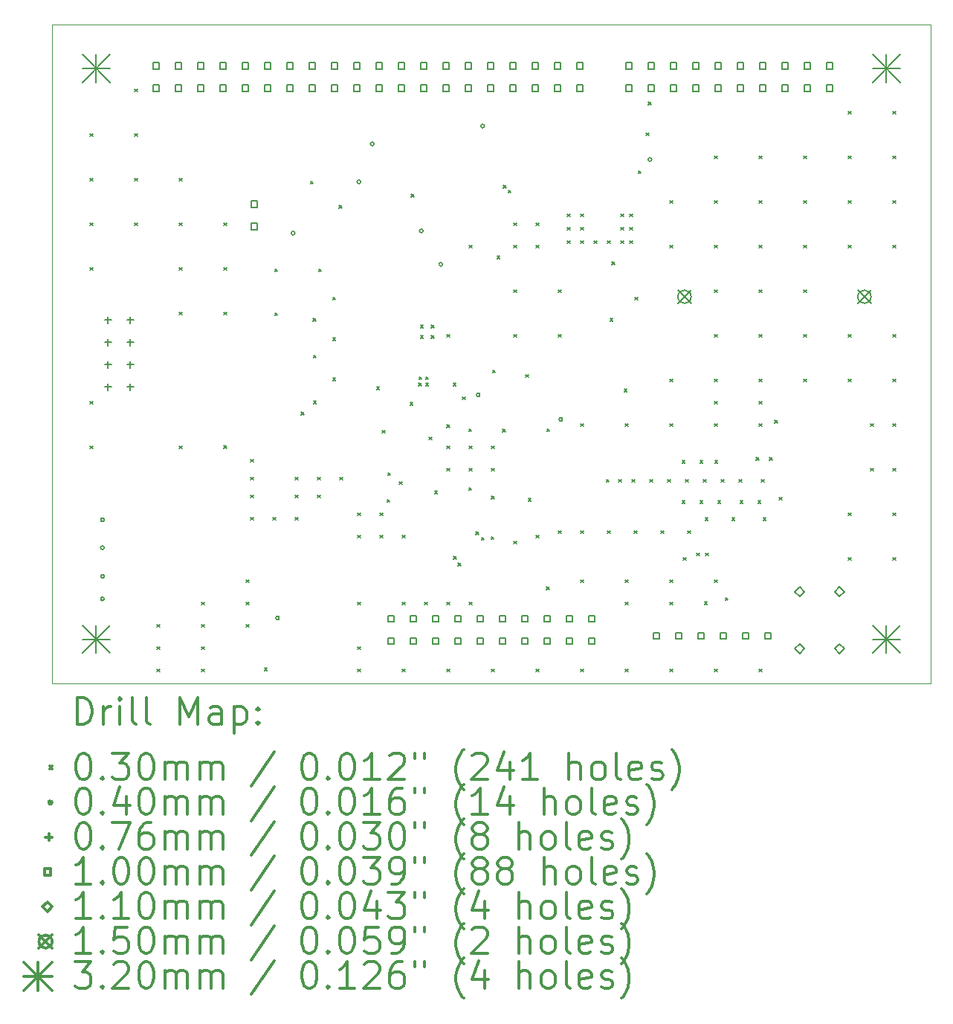
<source format=gbr>
%FSLAX45Y45*%
G04 Gerber Fmt 4.5, Leading zero omitted, Abs format (unit mm)*
G04 Created by KiCad (PCBNEW (5.1.2)-1) date 2022-03-05 22:59:54*
%MOMM*%
%LPD*%
G04 APERTURE LIST*
%ADD10C,0.050000*%
%ADD11C,0.200000*%
%ADD12C,0.300000*%
G04 APERTURE END LIST*
D10*
X9970400Y-5598800D02*
X9970400Y-13098800D01*
X19970400Y-5598800D02*
X9970400Y-5598800D01*
X19970400Y-13098800D02*
X19970400Y-5598800D01*
X9970400Y-13098800D02*
X19970400Y-13098800D01*
D11*
X10399000Y-6843000D02*
X10429000Y-6873000D01*
X10429000Y-6843000D02*
X10399000Y-6873000D01*
X10399000Y-7351000D02*
X10429000Y-7381000D01*
X10429000Y-7351000D02*
X10399000Y-7381000D01*
X10399000Y-7859000D02*
X10429000Y-7889000D01*
X10429000Y-7859000D02*
X10399000Y-7889000D01*
X10399000Y-8367000D02*
X10429000Y-8397000D01*
X10429000Y-8367000D02*
X10399000Y-8397000D01*
X10399000Y-9891000D02*
X10429000Y-9921000D01*
X10429000Y-9891000D02*
X10399000Y-9921000D01*
X10399000Y-10399000D02*
X10429000Y-10429000D01*
X10429000Y-10399000D02*
X10399000Y-10429000D01*
X10907000Y-6335000D02*
X10937000Y-6365000D01*
X10937000Y-6335000D02*
X10907000Y-6365000D01*
X10907000Y-6843000D02*
X10937000Y-6873000D01*
X10937000Y-6843000D02*
X10907000Y-6873000D01*
X10907000Y-7351000D02*
X10937000Y-7381000D01*
X10937000Y-7351000D02*
X10907000Y-7381000D01*
X10907000Y-7859000D02*
X10937000Y-7889000D01*
X10937000Y-7859000D02*
X10907000Y-7889000D01*
X11161000Y-12431000D02*
X11191000Y-12461000D01*
X11191000Y-12431000D02*
X11161000Y-12461000D01*
X11161000Y-12685000D02*
X11191000Y-12715000D01*
X11191000Y-12685000D02*
X11161000Y-12715000D01*
X11161000Y-12939000D02*
X11191000Y-12969000D01*
X11191000Y-12939000D02*
X11161000Y-12969000D01*
X11415000Y-7351000D02*
X11445000Y-7381000D01*
X11445000Y-7351000D02*
X11415000Y-7381000D01*
X11415000Y-7859000D02*
X11445000Y-7889000D01*
X11445000Y-7859000D02*
X11415000Y-7889000D01*
X11415000Y-8367000D02*
X11445000Y-8397000D01*
X11445000Y-8367000D02*
X11415000Y-8397000D01*
X11415000Y-8875000D02*
X11445000Y-8905000D01*
X11445000Y-8875000D02*
X11415000Y-8905000D01*
X11415000Y-10399000D02*
X11445000Y-10429000D01*
X11445000Y-10399000D02*
X11415000Y-10429000D01*
X11669000Y-12177000D02*
X11699000Y-12207000D01*
X11699000Y-12177000D02*
X11669000Y-12207000D01*
X11669000Y-12431000D02*
X11699000Y-12461000D01*
X11699000Y-12431000D02*
X11669000Y-12461000D01*
X11669000Y-12685000D02*
X11699000Y-12715000D01*
X11699000Y-12685000D02*
X11669000Y-12715000D01*
X11669000Y-12939000D02*
X11699000Y-12969000D01*
X11699000Y-12939000D02*
X11669000Y-12969000D01*
X11923000Y-7859000D02*
X11953000Y-7889000D01*
X11953000Y-7859000D02*
X11923000Y-7889000D01*
X11923000Y-8367000D02*
X11953000Y-8397000D01*
X11953000Y-8367000D02*
X11923000Y-8397000D01*
X11923000Y-8875000D02*
X11953000Y-8905000D01*
X11953000Y-8875000D02*
X11923000Y-8905000D01*
X11925000Y-10395000D02*
X11955000Y-10425000D01*
X11955000Y-10395000D02*
X11925000Y-10425000D01*
X12177000Y-11923000D02*
X12207000Y-11953000D01*
X12207000Y-11923000D02*
X12177000Y-11953000D01*
X12177000Y-12177000D02*
X12207000Y-12207000D01*
X12207000Y-12177000D02*
X12177000Y-12207000D01*
X12177000Y-12431000D02*
X12207000Y-12461000D01*
X12207000Y-12431000D02*
X12177000Y-12461000D01*
X12227800Y-10551400D02*
X12257800Y-10581400D01*
X12257800Y-10551400D02*
X12227800Y-10581400D01*
X12227800Y-10754600D02*
X12257800Y-10784600D01*
X12257800Y-10754600D02*
X12227800Y-10784600D01*
X12227800Y-10957800D02*
X12257800Y-10987800D01*
X12257800Y-10957800D02*
X12227800Y-10987800D01*
X12227800Y-11211800D02*
X12257800Y-11241800D01*
X12257800Y-11211800D02*
X12227800Y-11241800D01*
X12385000Y-12925000D02*
X12415000Y-12955000D01*
X12415000Y-12925000D02*
X12385000Y-12955000D01*
X12481800Y-11211800D02*
X12511800Y-11241800D01*
X12511800Y-11211800D02*
X12481800Y-11241800D01*
X12505400Y-8383800D02*
X12535400Y-8413800D01*
X12535400Y-8383800D02*
X12505400Y-8413800D01*
X12505400Y-8883800D02*
X12535400Y-8913800D01*
X12535400Y-8883800D02*
X12505400Y-8913800D01*
X12735800Y-10754600D02*
X12765800Y-10784600D01*
X12765800Y-10754600D02*
X12735800Y-10784600D01*
X12735800Y-10957800D02*
X12765800Y-10987800D01*
X12765800Y-10957800D02*
X12735800Y-10987800D01*
X12735800Y-11211800D02*
X12765800Y-11241800D01*
X12765800Y-11211800D02*
X12735800Y-11241800D01*
X12805000Y-10015000D02*
X12835000Y-10045000D01*
X12835000Y-10015000D02*
X12805000Y-10045000D01*
X12910000Y-7385000D02*
X12940000Y-7415000D01*
X12940000Y-7385000D02*
X12910000Y-7415000D01*
X12939000Y-8945000D02*
X12969000Y-8975000D01*
X12969000Y-8945000D02*
X12939000Y-8975000D01*
X12945000Y-9365000D02*
X12975000Y-9395000D01*
X12975000Y-9365000D02*
X12945000Y-9395000D01*
X12945000Y-9885000D02*
X12975000Y-9915000D01*
X12975000Y-9885000D02*
X12945000Y-9915000D01*
X12989800Y-10754600D02*
X13019800Y-10784600D01*
X13019800Y-10754600D02*
X12989800Y-10784600D01*
X12989800Y-10957800D02*
X13019800Y-10987800D01*
X13019800Y-10957800D02*
X12989800Y-10987800D01*
X13005400Y-8383800D02*
X13035400Y-8413800D01*
X13035400Y-8383800D02*
X13005400Y-8413800D01*
X13165000Y-8705000D02*
X13195000Y-8735000D01*
X13195000Y-8705000D02*
X13165000Y-8735000D01*
X13165000Y-9165000D02*
X13195000Y-9195000D01*
X13195000Y-9165000D02*
X13165000Y-9195000D01*
X13165000Y-9625000D02*
X13195000Y-9655000D01*
X13195000Y-9625000D02*
X13165000Y-9655000D01*
X13235000Y-7660000D02*
X13265000Y-7690000D01*
X13265000Y-7660000D02*
X13235000Y-7690000D01*
X13243800Y-10754600D02*
X13273800Y-10784600D01*
X13273800Y-10754600D02*
X13243800Y-10784600D01*
X13447000Y-11161000D02*
X13477000Y-11191000D01*
X13477000Y-11161000D02*
X13447000Y-11191000D01*
X13447000Y-11415000D02*
X13477000Y-11445000D01*
X13477000Y-11415000D02*
X13447000Y-11445000D01*
X13447000Y-12177000D02*
X13477000Y-12207000D01*
X13477000Y-12177000D02*
X13447000Y-12207000D01*
X13447000Y-12685000D02*
X13477000Y-12715000D01*
X13477000Y-12685000D02*
X13447000Y-12715000D01*
X13447000Y-12939000D02*
X13477000Y-12969000D01*
X13477000Y-12939000D02*
X13447000Y-12969000D01*
X13665000Y-9725000D02*
X13695000Y-9755000D01*
X13695000Y-9725000D02*
X13665000Y-9755000D01*
X13701000Y-11161000D02*
X13731000Y-11191000D01*
X13731000Y-11161000D02*
X13701000Y-11191000D01*
X13701000Y-11415000D02*
X13731000Y-11445000D01*
X13731000Y-11415000D02*
X13701000Y-11445000D01*
X13726400Y-10221200D02*
X13756400Y-10251200D01*
X13756400Y-10221200D02*
X13726400Y-10251200D01*
X13785000Y-11010000D02*
X13815000Y-11040000D01*
X13815000Y-11010000D02*
X13785000Y-11040000D01*
X13789900Y-10703800D02*
X13819900Y-10733800D01*
X13819900Y-10703800D02*
X13789900Y-10733800D01*
X13925000Y-10805000D02*
X13955000Y-10835000D01*
X13955000Y-10805000D02*
X13925000Y-10835000D01*
X13955000Y-11415000D02*
X13985000Y-11445000D01*
X13985000Y-11415000D02*
X13955000Y-11445000D01*
X13955000Y-12177000D02*
X13985000Y-12207000D01*
X13985000Y-12177000D02*
X13955000Y-12207000D01*
X13955000Y-12939000D02*
X13985000Y-12969000D01*
X13985000Y-12939000D02*
X13955000Y-12969000D01*
X14045000Y-9905000D02*
X14075000Y-9935000D01*
X14075000Y-9905000D02*
X14045000Y-9935000D01*
X14060000Y-7535000D02*
X14090000Y-7565000D01*
X14090000Y-7535000D02*
X14060000Y-7565000D01*
X14145000Y-9685000D02*
X14175000Y-9715000D01*
X14175000Y-9685000D02*
X14145000Y-9715000D01*
X14146400Y-9612240D02*
X14176400Y-9642240D01*
X14176400Y-9612240D02*
X14146400Y-9642240D01*
X14165000Y-9022000D02*
X14195000Y-9052000D01*
X14195000Y-9022000D02*
X14165000Y-9052000D01*
X14165000Y-9139800D02*
X14195000Y-9169800D01*
X14195000Y-9139800D02*
X14165000Y-9169800D01*
X14209000Y-12177000D02*
X14239000Y-12207000D01*
X14239000Y-12177000D02*
X14209000Y-12207000D01*
X14225000Y-9685000D02*
X14255000Y-9715000D01*
X14255000Y-9685000D02*
X14225000Y-9715000D01*
X14225140Y-9612240D02*
X14255140Y-9642240D01*
X14255140Y-9612240D02*
X14225140Y-9642240D01*
X14259800Y-10297400D02*
X14289800Y-10327400D01*
X14289800Y-10297400D02*
X14259800Y-10327400D01*
X14285000Y-9025000D02*
X14315000Y-9055000D01*
X14315000Y-9025000D02*
X14285000Y-9055000D01*
X14285000Y-9139800D02*
X14315000Y-9169800D01*
X14315000Y-9139800D02*
X14285000Y-9169800D01*
X14325840Y-10912080D02*
X14355840Y-10942080D01*
X14355840Y-10912080D02*
X14325840Y-10942080D01*
X14463000Y-9129000D02*
X14493000Y-9159000D01*
X14493000Y-9129000D02*
X14463000Y-9159000D01*
X14463000Y-10157700D02*
X14493000Y-10187700D01*
X14493000Y-10157700D02*
X14463000Y-10187700D01*
X14463000Y-10399000D02*
X14493000Y-10429000D01*
X14493000Y-10399000D02*
X14463000Y-10429000D01*
X14463000Y-10653000D02*
X14493000Y-10683000D01*
X14493000Y-10653000D02*
X14463000Y-10683000D01*
X14463000Y-12177000D02*
X14493000Y-12207000D01*
X14493000Y-12177000D02*
X14463000Y-12207000D01*
X14463000Y-12939000D02*
X14493000Y-12969000D01*
X14493000Y-12939000D02*
X14463000Y-12969000D01*
X14535000Y-9685000D02*
X14565000Y-9715000D01*
X14565000Y-9685000D02*
X14535000Y-9715000D01*
X14539200Y-11656300D02*
X14569200Y-11686300D01*
X14569200Y-11656300D02*
X14539200Y-11686300D01*
X14590000Y-11732500D02*
X14620000Y-11762500D01*
X14620000Y-11732500D02*
X14590000Y-11762500D01*
X14640800Y-9840200D02*
X14670800Y-9870200D01*
X14670800Y-9840200D02*
X14640800Y-9870200D01*
X14715000Y-10205000D02*
X14745000Y-10235000D01*
X14745000Y-10205000D02*
X14715000Y-10235000D01*
X14715000Y-10875000D02*
X14745000Y-10905000D01*
X14745000Y-10875000D02*
X14715000Y-10905000D01*
X14717000Y-8113000D02*
X14747000Y-8143000D01*
X14747000Y-8113000D02*
X14717000Y-8143000D01*
X14717000Y-10399000D02*
X14747000Y-10429000D01*
X14747000Y-10399000D02*
X14717000Y-10429000D01*
X14717000Y-10653000D02*
X14747000Y-10683000D01*
X14747000Y-10653000D02*
X14717000Y-10683000D01*
X14717000Y-12177000D02*
X14747000Y-12207000D01*
X14747000Y-12177000D02*
X14717000Y-12207000D01*
X14793200Y-11376900D02*
X14823200Y-11406900D01*
X14823200Y-11376900D02*
X14793200Y-11406900D01*
X14856700Y-11440400D02*
X14886700Y-11470400D01*
X14886700Y-11440400D02*
X14856700Y-11470400D01*
X14966600Y-11432100D02*
X14996600Y-11462100D01*
X14996600Y-11432100D02*
X14966600Y-11462100D01*
X14971000Y-10399000D02*
X15001000Y-10429000D01*
X15001000Y-10399000D02*
X14971000Y-10429000D01*
X14971000Y-10653000D02*
X15001000Y-10683000D01*
X15001000Y-10653000D02*
X14971000Y-10683000D01*
X14971000Y-10970500D02*
X15001000Y-11000500D01*
X15001000Y-10970500D02*
X14971000Y-11000500D01*
X14971000Y-12939000D02*
X15001000Y-12969000D01*
X15001000Y-12939000D02*
X14971000Y-12969000D01*
X14985000Y-9535000D02*
X15015000Y-9565000D01*
X15015000Y-9535000D02*
X14985000Y-9565000D01*
X15035000Y-8235000D02*
X15065000Y-8265000D01*
X15065000Y-8235000D02*
X15035000Y-8265000D01*
X15098000Y-10208500D02*
X15128000Y-10238500D01*
X15128000Y-10208500D02*
X15098000Y-10238500D01*
X15108483Y-7433483D02*
X15138483Y-7463483D01*
X15138483Y-7433483D02*
X15108483Y-7463483D01*
X15161517Y-7486517D02*
X15191517Y-7516517D01*
X15191517Y-7486517D02*
X15161517Y-7516517D01*
X15225000Y-7859000D02*
X15255000Y-7889000D01*
X15255000Y-7859000D02*
X15225000Y-7889000D01*
X15225000Y-8113000D02*
X15255000Y-8143000D01*
X15255000Y-8113000D02*
X15225000Y-8143000D01*
X15225000Y-8621000D02*
X15255000Y-8651000D01*
X15255000Y-8621000D02*
X15225000Y-8651000D01*
X15225000Y-9129000D02*
X15255000Y-9159000D01*
X15255000Y-9129000D02*
X15225000Y-9159000D01*
X15225000Y-11484499D02*
X15255000Y-11514499D01*
X15255000Y-11484499D02*
X15225000Y-11514499D01*
X15360000Y-9585000D02*
X15390000Y-9615000D01*
X15390000Y-9585000D02*
X15360000Y-9615000D01*
X15390100Y-10995900D02*
X15420100Y-11025900D01*
X15420100Y-10995900D02*
X15390100Y-11025900D01*
X15479000Y-7859000D02*
X15509000Y-7889000D01*
X15509000Y-7859000D02*
X15479000Y-7889000D01*
X15479000Y-8113000D02*
X15509000Y-8143000D01*
X15509000Y-8113000D02*
X15479000Y-8143000D01*
X15479000Y-11415000D02*
X15509000Y-11445000D01*
X15509000Y-11415000D02*
X15479000Y-11445000D01*
X15479000Y-12939000D02*
X15509000Y-12969000D01*
X15509000Y-12939000D02*
X15479000Y-12969000D01*
X15599650Y-12005550D02*
X15629650Y-12035550D01*
X15629650Y-12005550D02*
X15599650Y-12035550D01*
X15605000Y-10205000D02*
X15635000Y-10235000D01*
X15635000Y-10205000D02*
X15605000Y-10235000D01*
X15733000Y-8621000D02*
X15763000Y-8651000D01*
X15763000Y-8621000D02*
X15733000Y-8651000D01*
X15733000Y-9129000D02*
X15763000Y-9159000D01*
X15763000Y-9129000D02*
X15733000Y-9159000D01*
X15733000Y-11364200D02*
X15763000Y-11394200D01*
X15763000Y-11364200D02*
X15733000Y-11394200D01*
X15834600Y-7757400D02*
X15864600Y-7787400D01*
X15864600Y-7757400D02*
X15834600Y-7787400D01*
X15834600Y-7909800D02*
X15864600Y-7939800D01*
X15864600Y-7909800D02*
X15834600Y-7939800D01*
X15834600Y-8062200D02*
X15864600Y-8092200D01*
X15864600Y-8062200D02*
X15834600Y-8092200D01*
X15987000Y-7757400D02*
X16017000Y-7787400D01*
X16017000Y-7757400D02*
X15987000Y-7787400D01*
X15987000Y-7909800D02*
X16017000Y-7939800D01*
X16017000Y-7909800D02*
X15987000Y-7939800D01*
X15987000Y-8062200D02*
X16017000Y-8092200D01*
X16017000Y-8062200D02*
X15987000Y-8092200D01*
X15987000Y-10145000D02*
X16017000Y-10175000D01*
X16017000Y-10145000D02*
X15987000Y-10175000D01*
X15987000Y-11364200D02*
X16017000Y-11394200D01*
X16017000Y-11364200D02*
X15987000Y-11394200D01*
X15987000Y-11923000D02*
X16017000Y-11953000D01*
X16017000Y-11923000D02*
X15987000Y-11953000D01*
X15987000Y-12939000D02*
X16017000Y-12969000D01*
X16017000Y-12939000D02*
X15987000Y-12969000D01*
X16139400Y-8062200D02*
X16169400Y-8092200D01*
X16169400Y-8062200D02*
X16139400Y-8092200D01*
X16279100Y-10780000D02*
X16309100Y-10810000D01*
X16309100Y-10780000D02*
X16279100Y-10810000D01*
X16291800Y-8062200D02*
X16321800Y-8092200D01*
X16321800Y-8062200D02*
X16291800Y-8092200D01*
X16291800Y-11364200D02*
X16321800Y-11394200D01*
X16321800Y-11364200D02*
X16291800Y-11394200D01*
X16325000Y-8945000D02*
X16355000Y-8975000D01*
X16355000Y-8945000D02*
X16325000Y-8975000D01*
X16345000Y-8305000D02*
X16375000Y-8335000D01*
X16375000Y-8305000D02*
X16345000Y-8335000D01*
X16418800Y-10780000D02*
X16448800Y-10810000D01*
X16448800Y-10780000D02*
X16418800Y-10810000D01*
X16444200Y-7757400D02*
X16474200Y-7787400D01*
X16474200Y-7757400D02*
X16444200Y-7787400D01*
X16444200Y-7909800D02*
X16474200Y-7939800D01*
X16474200Y-7909800D02*
X16444200Y-7939800D01*
X16444200Y-8062200D02*
X16474200Y-8092200D01*
X16474200Y-8062200D02*
X16444200Y-8092200D01*
X16482300Y-9751300D02*
X16512300Y-9781300D01*
X16512300Y-9751300D02*
X16482300Y-9781300D01*
X16495000Y-10145000D02*
X16525000Y-10175000D01*
X16525000Y-10145000D02*
X16495000Y-10175000D01*
X16495000Y-11923000D02*
X16525000Y-11953000D01*
X16525000Y-11923000D02*
X16495000Y-11953000D01*
X16495000Y-12177000D02*
X16525000Y-12207000D01*
X16525000Y-12177000D02*
X16495000Y-12207000D01*
X16495000Y-12939000D02*
X16525000Y-12969000D01*
X16525000Y-12939000D02*
X16495000Y-12969000D01*
X16545800Y-7757400D02*
X16575800Y-7787400D01*
X16575800Y-7757400D02*
X16545800Y-7787400D01*
X16545800Y-7909800D02*
X16575800Y-7939800D01*
X16575800Y-7909800D02*
X16545800Y-7939800D01*
X16545800Y-8062200D02*
X16575800Y-8092200D01*
X16575800Y-8062200D02*
X16545800Y-8092200D01*
X16571200Y-10780000D02*
X16601200Y-10810000D01*
X16601200Y-10780000D02*
X16571200Y-10810000D01*
X16596600Y-11364200D02*
X16626600Y-11394200D01*
X16626600Y-11364200D02*
X16596600Y-11394200D01*
X16605000Y-8705000D02*
X16635000Y-8735000D01*
X16635000Y-8705000D02*
X16605000Y-8735000D01*
X16645000Y-7265000D02*
X16675000Y-7295000D01*
X16675000Y-7265000D02*
X16645000Y-7295000D01*
X16735000Y-6835000D02*
X16765000Y-6865000D01*
X16765000Y-6835000D02*
X16735000Y-6865000D01*
X16760000Y-6485000D02*
X16790000Y-6515000D01*
X16790000Y-6485000D02*
X16760000Y-6515000D01*
X16774400Y-10780000D02*
X16804400Y-10810000D01*
X16804400Y-10780000D02*
X16774400Y-10810000D01*
X16901400Y-11364200D02*
X16931400Y-11394200D01*
X16931400Y-11364200D02*
X16901400Y-11394200D01*
X16977600Y-10780000D02*
X17007600Y-10810000D01*
X17007600Y-10780000D02*
X16977600Y-10810000D01*
X17003000Y-7605000D02*
X17033000Y-7635000D01*
X17033000Y-7605000D02*
X17003000Y-7635000D01*
X17003000Y-8113000D02*
X17033000Y-8143000D01*
X17033000Y-8113000D02*
X17003000Y-8143000D01*
X17003000Y-9637000D02*
X17033000Y-9667000D01*
X17033000Y-9637000D02*
X17003000Y-9667000D01*
X17003000Y-10145000D02*
X17033000Y-10175000D01*
X17033000Y-10145000D02*
X17003000Y-10175000D01*
X17003000Y-11923000D02*
X17033000Y-11953000D01*
X17033000Y-11923000D02*
X17003000Y-11953000D01*
X17003000Y-12177000D02*
X17033000Y-12207000D01*
X17033000Y-12177000D02*
X17003000Y-12207000D01*
X17003000Y-12939000D02*
X17033000Y-12969000D01*
X17033000Y-12939000D02*
X17003000Y-12969000D01*
X17142700Y-10564100D02*
X17172700Y-10594100D01*
X17172700Y-10564100D02*
X17142700Y-10594100D01*
X17142700Y-11021300D02*
X17172700Y-11051300D01*
X17172700Y-11021300D02*
X17142700Y-11051300D01*
X17155400Y-11669000D02*
X17185400Y-11699000D01*
X17185400Y-11669000D02*
X17155400Y-11699000D01*
X17180800Y-10780000D02*
X17210800Y-10810000D01*
X17210800Y-10780000D02*
X17180800Y-10810000D01*
X17206200Y-11364200D02*
X17236200Y-11394200D01*
X17236200Y-11364200D02*
X17206200Y-11394200D01*
X17307800Y-11618200D02*
X17337800Y-11648200D01*
X17337800Y-11618200D02*
X17307800Y-11648200D01*
X17345900Y-10564100D02*
X17375900Y-10594100D01*
X17375900Y-10564100D02*
X17345900Y-10594100D01*
X17345900Y-11021300D02*
X17375900Y-11051300D01*
X17375900Y-11021300D02*
X17345900Y-11051300D01*
X17384000Y-10780000D02*
X17414000Y-10810000D01*
X17414000Y-10780000D02*
X17384000Y-10810000D01*
X17397600Y-12175100D02*
X17427600Y-12205100D01*
X17427600Y-12175100D02*
X17397600Y-12205100D01*
X17406200Y-11215000D02*
X17436200Y-11245000D01*
X17436200Y-11215000D02*
X17406200Y-11245000D01*
X17409400Y-11618200D02*
X17439400Y-11648200D01*
X17439400Y-11618200D02*
X17409400Y-11648200D01*
X17511000Y-7097000D02*
X17541000Y-7127000D01*
X17541000Y-7097000D02*
X17511000Y-7127000D01*
X17511000Y-7605000D02*
X17541000Y-7635000D01*
X17541000Y-7605000D02*
X17511000Y-7635000D01*
X17511000Y-8113000D02*
X17541000Y-8143000D01*
X17541000Y-8113000D02*
X17511000Y-8143000D01*
X17511000Y-8621000D02*
X17541000Y-8651000D01*
X17541000Y-8621000D02*
X17511000Y-8651000D01*
X17511000Y-9129000D02*
X17541000Y-9159000D01*
X17541000Y-9129000D02*
X17511000Y-9159000D01*
X17511000Y-9637000D02*
X17541000Y-9667000D01*
X17541000Y-9637000D02*
X17511000Y-9667000D01*
X17511000Y-9891000D02*
X17541000Y-9921000D01*
X17541000Y-9891000D02*
X17511000Y-9921000D01*
X17511000Y-10145000D02*
X17541000Y-10175000D01*
X17541000Y-10145000D02*
X17511000Y-10175000D01*
X17511000Y-11923000D02*
X17541000Y-11953000D01*
X17541000Y-11923000D02*
X17511000Y-11953000D01*
X17511000Y-12939000D02*
X17541000Y-12969000D01*
X17541000Y-12939000D02*
X17511000Y-12969000D01*
X17517900Y-10564100D02*
X17547900Y-10594100D01*
X17547900Y-10564100D02*
X17517900Y-10594100D01*
X17549100Y-11021300D02*
X17579100Y-11051300D01*
X17579100Y-11021300D02*
X17549100Y-11051300D01*
X17587200Y-10780000D02*
X17617200Y-10810000D01*
X17617200Y-10780000D02*
X17587200Y-10810000D01*
X17636460Y-12124400D02*
X17666460Y-12154400D01*
X17666460Y-12124400D02*
X17636460Y-12154400D01*
X17711000Y-11215000D02*
X17741000Y-11245000D01*
X17741000Y-11215000D02*
X17711000Y-11245000D01*
X17790400Y-10780000D02*
X17820400Y-10810000D01*
X17820400Y-10780000D02*
X17790400Y-10810000D01*
X17803100Y-11021300D02*
X17833100Y-11051300D01*
X17833100Y-11021300D02*
X17803100Y-11051300D01*
X17987600Y-10532000D02*
X18017600Y-10562000D01*
X18017600Y-10532000D02*
X17987600Y-10562000D01*
X18006300Y-11021300D02*
X18036300Y-11051300D01*
X18036300Y-11021300D02*
X18006300Y-11051300D01*
X18019000Y-7097000D02*
X18049000Y-7127000D01*
X18049000Y-7097000D02*
X18019000Y-7127000D01*
X18019000Y-7097000D02*
X18049000Y-7127000D01*
X18049000Y-7097000D02*
X18019000Y-7127000D01*
X18019000Y-7605000D02*
X18049000Y-7635000D01*
X18049000Y-7605000D02*
X18019000Y-7635000D01*
X18019000Y-8113000D02*
X18049000Y-8143000D01*
X18049000Y-8113000D02*
X18019000Y-8143000D01*
X18019000Y-8621000D02*
X18049000Y-8651000D01*
X18049000Y-8621000D02*
X18019000Y-8651000D01*
X18019000Y-9129000D02*
X18049000Y-9159000D01*
X18049000Y-9129000D02*
X18019000Y-9159000D01*
X18019000Y-9637000D02*
X18049000Y-9667000D01*
X18049000Y-9637000D02*
X18019000Y-9667000D01*
X18019000Y-9891000D02*
X18049000Y-9921000D01*
X18049000Y-9891000D02*
X18019000Y-9921000D01*
X18019000Y-10145000D02*
X18049000Y-10175000D01*
X18049000Y-10145000D02*
X18019000Y-10175000D01*
X18019000Y-12939000D02*
X18049000Y-12969000D01*
X18049000Y-12939000D02*
X18019000Y-12969000D01*
X18044400Y-10780000D02*
X18074400Y-10810000D01*
X18074400Y-10780000D02*
X18044400Y-10810000D01*
X18066600Y-11215000D02*
X18096600Y-11245000D01*
X18096600Y-11215000D02*
X18066600Y-11245000D01*
X18140000Y-10532000D02*
X18170000Y-10562000D01*
X18170000Y-10532000D02*
X18140000Y-10562000D01*
X18196800Y-10106900D02*
X18226800Y-10136900D01*
X18226800Y-10106900D02*
X18196800Y-10136900D01*
X18247600Y-10983200D02*
X18277600Y-11013200D01*
X18277600Y-10983200D02*
X18247600Y-11013200D01*
X18527000Y-7097000D02*
X18557000Y-7127000D01*
X18557000Y-7097000D02*
X18527000Y-7127000D01*
X18527000Y-7605000D02*
X18557000Y-7635000D01*
X18557000Y-7605000D02*
X18527000Y-7635000D01*
X18527000Y-8113000D02*
X18557000Y-8143000D01*
X18557000Y-8113000D02*
X18527000Y-8143000D01*
X18527000Y-8621000D02*
X18557000Y-8651000D01*
X18557000Y-8621000D02*
X18527000Y-8651000D01*
X18527000Y-9129000D02*
X18557000Y-9159000D01*
X18557000Y-9129000D02*
X18527000Y-9159000D01*
X18527000Y-9637000D02*
X18557000Y-9667000D01*
X18557000Y-9637000D02*
X18527000Y-9667000D01*
X19035000Y-6589000D02*
X19065000Y-6619000D01*
X19065000Y-6589000D02*
X19035000Y-6619000D01*
X19035000Y-7097000D02*
X19065000Y-7127000D01*
X19065000Y-7097000D02*
X19035000Y-7127000D01*
X19035000Y-7605000D02*
X19065000Y-7635000D01*
X19065000Y-7605000D02*
X19035000Y-7635000D01*
X19035000Y-8113000D02*
X19065000Y-8143000D01*
X19065000Y-8113000D02*
X19035000Y-8143000D01*
X19035000Y-9129000D02*
X19065000Y-9159000D01*
X19065000Y-9129000D02*
X19035000Y-9159000D01*
X19035000Y-9637000D02*
X19065000Y-9667000D01*
X19065000Y-9637000D02*
X19035000Y-9667000D01*
X19035000Y-11161000D02*
X19065000Y-11191000D01*
X19065000Y-11161000D02*
X19035000Y-11191000D01*
X19035000Y-11669000D02*
X19065000Y-11699000D01*
X19065000Y-11669000D02*
X19035000Y-11699000D01*
X19289000Y-10145000D02*
X19319000Y-10175000D01*
X19319000Y-10145000D02*
X19289000Y-10175000D01*
X19289000Y-10653000D02*
X19319000Y-10683000D01*
X19319000Y-10653000D02*
X19289000Y-10683000D01*
X19543000Y-6589000D02*
X19573000Y-6619000D01*
X19573000Y-6589000D02*
X19543000Y-6619000D01*
X19543000Y-7097000D02*
X19573000Y-7127000D01*
X19573000Y-7097000D02*
X19543000Y-7127000D01*
X19543000Y-7605000D02*
X19573000Y-7635000D01*
X19573000Y-7605000D02*
X19543000Y-7635000D01*
X19543000Y-8113000D02*
X19573000Y-8143000D01*
X19573000Y-8113000D02*
X19543000Y-8143000D01*
X19543000Y-9129000D02*
X19573000Y-9159000D01*
X19573000Y-9129000D02*
X19543000Y-9159000D01*
X19543000Y-9637000D02*
X19573000Y-9667000D01*
X19573000Y-9637000D02*
X19543000Y-9667000D01*
X19543000Y-10145000D02*
X19573000Y-10175000D01*
X19573000Y-10145000D02*
X19543000Y-10175000D01*
X19543000Y-10653000D02*
X19573000Y-10683000D01*
X19573000Y-10653000D02*
X19543000Y-10683000D01*
X19543000Y-11161000D02*
X19573000Y-11191000D01*
X19573000Y-11161000D02*
X19543000Y-11191000D01*
X19543000Y-11669000D02*
X19573000Y-11699000D01*
X19573000Y-11669000D02*
X19543000Y-11699000D01*
X10561000Y-11239500D02*
G75*
G03X10561000Y-11239500I-20000J0D01*
G01*
X10561000Y-11557000D02*
G75*
G03X10561000Y-11557000I-20000J0D01*
G01*
X10561000Y-12139300D02*
G75*
G03X10561000Y-12139300I-20000J0D01*
G01*
X10561900Y-11885300D02*
G75*
G03X10561900Y-11885300I-20000J0D01*
G01*
X12554900Y-12357100D02*
G75*
G03X12554900Y-12357100I-20000J0D01*
G01*
X12732700Y-7975600D02*
G75*
G03X12732700Y-7975600I-20000J0D01*
G01*
X13482000Y-7391400D02*
G75*
G03X13482000Y-7391400I-20000J0D01*
G01*
X13634400Y-6959600D02*
G75*
G03X13634400Y-6959600I-20000J0D01*
G01*
X14193200Y-7950200D02*
G75*
G03X14193200Y-7950200I-20000J0D01*
G01*
X14413800Y-8332000D02*
G75*
G03X14413800Y-8332000I-20000J0D01*
G01*
X14840900Y-9817100D02*
G75*
G03X14840900Y-9817100I-20000J0D01*
G01*
X14891700Y-6756400D02*
G75*
G03X14891700Y-6756400I-20000J0D01*
G01*
X15780700Y-10096500D02*
G75*
G03X15780700Y-10096500I-20000J0D01*
G01*
X16796700Y-7137400D02*
G75*
G03X16796700Y-7137400I-20000J0D01*
G01*
X10605400Y-8926200D02*
X10605400Y-9002400D01*
X10567300Y-8964300D02*
X10643500Y-8964300D01*
X10605400Y-9180200D02*
X10605400Y-9256400D01*
X10567300Y-9218300D02*
X10643500Y-9218300D01*
X10605400Y-9434200D02*
X10605400Y-9510400D01*
X10567300Y-9472300D02*
X10643500Y-9472300D01*
X10605400Y-9688200D02*
X10605400Y-9764400D01*
X10567300Y-9726300D02*
X10643500Y-9726300D01*
X10859400Y-8926200D02*
X10859400Y-9002400D01*
X10821300Y-8964300D02*
X10897500Y-8964300D01*
X10859400Y-9180200D02*
X10859400Y-9256400D01*
X10821300Y-9218300D02*
X10897500Y-9218300D01*
X10859400Y-9434200D02*
X10859400Y-9510400D01*
X10821300Y-9472300D02*
X10897500Y-9472300D01*
X10859400Y-9688200D02*
X10859400Y-9764400D01*
X10821300Y-9726300D02*
X10897500Y-9726300D01*
X12303556Y-7680756D02*
X12303556Y-7610044D01*
X12232844Y-7610044D01*
X12232844Y-7680756D01*
X12303556Y-7680756D01*
X12303556Y-7934756D02*
X12303556Y-7864044D01*
X12232844Y-7864044D01*
X12232844Y-7934756D01*
X12303556Y-7934756D01*
X11185956Y-6105956D02*
X11185956Y-6035244D01*
X11115244Y-6035244D01*
X11115244Y-6105956D01*
X11185956Y-6105956D01*
X11185956Y-6359956D02*
X11185956Y-6289244D01*
X11115244Y-6289244D01*
X11115244Y-6359956D01*
X11185956Y-6359956D01*
X11439956Y-6105956D02*
X11439956Y-6035244D01*
X11369244Y-6035244D01*
X11369244Y-6105956D01*
X11439956Y-6105956D01*
X11439956Y-6359956D02*
X11439956Y-6289244D01*
X11369244Y-6289244D01*
X11369244Y-6359956D01*
X11439956Y-6359956D01*
X11693956Y-6105956D02*
X11693956Y-6035244D01*
X11623244Y-6035244D01*
X11623244Y-6105956D01*
X11693956Y-6105956D01*
X11693956Y-6359956D02*
X11693956Y-6289244D01*
X11623244Y-6289244D01*
X11623244Y-6359956D01*
X11693956Y-6359956D01*
X11947956Y-6105956D02*
X11947956Y-6035244D01*
X11877244Y-6035244D01*
X11877244Y-6105956D01*
X11947956Y-6105956D01*
X11947956Y-6359956D02*
X11947956Y-6289244D01*
X11877244Y-6289244D01*
X11877244Y-6359956D01*
X11947956Y-6359956D01*
X12201956Y-6105956D02*
X12201956Y-6035244D01*
X12131244Y-6035244D01*
X12131244Y-6105956D01*
X12201956Y-6105956D01*
X12201956Y-6359956D02*
X12201956Y-6289244D01*
X12131244Y-6289244D01*
X12131244Y-6359956D01*
X12201956Y-6359956D01*
X12455956Y-6105956D02*
X12455956Y-6035244D01*
X12385244Y-6035244D01*
X12385244Y-6105956D01*
X12455956Y-6105956D01*
X12455956Y-6359956D02*
X12455956Y-6289244D01*
X12385244Y-6289244D01*
X12385244Y-6359956D01*
X12455956Y-6359956D01*
X12709956Y-6105956D02*
X12709956Y-6035244D01*
X12639244Y-6035244D01*
X12639244Y-6105956D01*
X12709956Y-6105956D01*
X12709956Y-6359956D02*
X12709956Y-6289244D01*
X12639244Y-6289244D01*
X12639244Y-6359956D01*
X12709956Y-6359956D01*
X12963956Y-6105956D02*
X12963956Y-6035244D01*
X12893244Y-6035244D01*
X12893244Y-6105956D01*
X12963956Y-6105956D01*
X12963956Y-6359956D02*
X12963956Y-6289244D01*
X12893244Y-6289244D01*
X12893244Y-6359956D01*
X12963956Y-6359956D01*
X13217956Y-6105956D02*
X13217956Y-6035244D01*
X13147244Y-6035244D01*
X13147244Y-6105956D01*
X13217956Y-6105956D01*
X13217956Y-6359956D02*
X13217956Y-6289244D01*
X13147244Y-6289244D01*
X13147244Y-6359956D01*
X13217956Y-6359956D01*
X13471956Y-6105956D02*
X13471956Y-6035244D01*
X13401244Y-6035244D01*
X13401244Y-6105956D01*
X13471956Y-6105956D01*
X13471956Y-6359956D02*
X13471956Y-6289244D01*
X13401244Y-6289244D01*
X13401244Y-6359956D01*
X13471956Y-6359956D01*
X13725956Y-6105956D02*
X13725956Y-6035244D01*
X13655244Y-6035244D01*
X13655244Y-6105956D01*
X13725956Y-6105956D01*
X13725956Y-6359956D02*
X13725956Y-6289244D01*
X13655244Y-6289244D01*
X13655244Y-6359956D01*
X13725956Y-6359956D01*
X13979956Y-6105956D02*
X13979956Y-6035244D01*
X13909244Y-6035244D01*
X13909244Y-6105956D01*
X13979956Y-6105956D01*
X13979956Y-6359956D02*
X13979956Y-6289244D01*
X13909244Y-6289244D01*
X13909244Y-6359956D01*
X13979956Y-6359956D01*
X14233956Y-6105956D02*
X14233956Y-6035244D01*
X14163244Y-6035244D01*
X14163244Y-6105956D01*
X14233956Y-6105956D01*
X14233956Y-6359956D02*
X14233956Y-6289244D01*
X14163244Y-6289244D01*
X14163244Y-6359956D01*
X14233956Y-6359956D01*
X14487956Y-6105956D02*
X14487956Y-6035244D01*
X14417244Y-6035244D01*
X14417244Y-6105956D01*
X14487956Y-6105956D01*
X14487956Y-6359956D02*
X14487956Y-6289244D01*
X14417244Y-6289244D01*
X14417244Y-6359956D01*
X14487956Y-6359956D01*
X14741956Y-6105956D02*
X14741956Y-6035244D01*
X14671244Y-6035244D01*
X14671244Y-6105956D01*
X14741956Y-6105956D01*
X14741956Y-6359956D02*
X14741956Y-6289244D01*
X14671244Y-6289244D01*
X14671244Y-6359956D01*
X14741956Y-6359956D01*
X14995956Y-6105956D02*
X14995956Y-6035244D01*
X14925244Y-6035244D01*
X14925244Y-6105956D01*
X14995956Y-6105956D01*
X14995956Y-6359956D02*
X14995956Y-6289244D01*
X14925244Y-6289244D01*
X14925244Y-6359956D01*
X14995956Y-6359956D01*
X15249956Y-6105956D02*
X15249956Y-6035244D01*
X15179244Y-6035244D01*
X15179244Y-6105956D01*
X15249956Y-6105956D01*
X15249956Y-6359956D02*
X15249956Y-6289244D01*
X15179244Y-6289244D01*
X15179244Y-6359956D01*
X15249956Y-6359956D01*
X15503956Y-6105956D02*
X15503956Y-6035244D01*
X15433244Y-6035244D01*
X15433244Y-6105956D01*
X15503956Y-6105956D01*
X15503956Y-6359956D02*
X15503956Y-6289244D01*
X15433244Y-6289244D01*
X15433244Y-6359956D01*
X15503956Y-6359956D01*
X15757956Y-6105956D02*
X15757956Y-6035244D01*
X15687244Y-6035244D01*
X15687244Y-6105956D01*
X15757956Y-6105956D01*
X15757956Y-6359956D02*
X15757956Y-6289244D01*
X15687244Y-6289244D01*
X15687244Y-6359956D01*
X15757956Y-6359956D01*
X16011956Y-6105956D02*
X16011956Y-6035244D01*
X15941244Y-6035244D01*
X15941244Y-6105956D01*
X16011956Y-6105956D01*
X16011956Y-6359956D02*
X16011956Y-6289244D01*
X15941244Y-6289244D01*
X15941244Y-6359956D01*
X16011956Y-6359956D01*
X16888256Y-12595656D02*
X16888256Y-12524944D01*
X16817544Y-12524944D01*
X16817544Y-12595656D01*
X16888256Y-12595656D01*
X17142256Y-12595656D02*
X17142256Y-12524944D01*
X17071544Y-12524944D01*
X17071544Y-12595656D01*
X17142256Y-12595656D01*
X17396256Y-12595656D02*
X17396256Y-12524944D01*
X17325544Y-12524944D01*
X17325544Y-12595656D01*
X17396256Y-12595656D01*
X17650256Y-12595656D02*
X17650256Y-12524944D01*
X17579544Y-12524944D01*
X17579544Y-12595656D01*
X17650256Y-12595656D01*
X17904256Y-12595656D02*
X17904256Y-12524944D01*
X17833544Y-12524944D01*
X17833544Y-12595656D01*
X17904256Y-12595656D01*
X18158256Y-12595656D02*
X18158256Y-12524944D01*
X18087544Y-12524944D01*
X18087544Y-12595656D01*
X18158256Y-12595656D01*
X13863756Y-12400156D02*
X13863756Y-12329444D01*
X13793044Y-12329444D01*
X13793044Y-12400156D01*
X13863756Y-12400156D01*
X13863756Y-12654156D02*
X13863756Y-12583444D01*
X13793044Y-12583444D01*
X13793044Y-12654156D01*
X13863756Y-12654156D01*
X14117756Y-12400156D02*
X14117756Y-12329444D01*
X14047044Y-12329444D01*
X14047044Y-12400156D01*
X14117756Y-12400156D01*
X14117756Y-12654156D02*
X14117756Y-12583444D01*
X14047044Y-12583444D01*
X14047044Y-12654156D01*
X14117756Y-12654156D01*
X14371756Y-12400156D02*
X14371756Y-12329444D01*
X14301044Y-12329444D01*
X14301044Y-12400156D01*
X14371756Y-12400156D01*
X14371756Y-12654156D02*
X14371756Y-12583444D01*
X14301044Y-12583444D01*
X14301044Y-12654156D01*
X14371756Y-12654156D01*
X14625756Y-12400156D02*
X14625756Y-12329444D01*
X14555044Y-12329444D01*
X14555044Y-12400156D01*
X14625756Y-12400156D01*
X14625756Y-12654156D02*
X14625756Y-12583444D01*
X14555044Y-12583444D01*
X14555044Y-12654156D01*
X14625756Y-12654156D01*
X14879756Y-12400156D02*
X14879756Y-12329444D01*
X14809044Y-12329444D01*
X14809044Y-12400156D01*
X14879756Y-12400156D01*
X14879756Y-12654156D02*
X14879756Y-12583444D01*
X14809044Y-12583444D01*
X14809044Y-12654156D01*
X14879756Y-12654156D01*
X15133756Y-12400156D02*
X15133756Y-12329444D01*
X15063044Y-12329444D01*
X15063044Y-12400156D01*
X15133756Y-12400156D01*
X15133756Y-12654156D02*
X15133756Y-12583444D01*
X15063044Y-12583444D01*
X15063044Y-12654156D01*
X15133756Y-12654156D01*
X15387756Y-12400156D02*
X15387756Y-12329444D01*
X15317044Y-12329444D01*
X15317044Y-12400156D01*
X15387756Y-12400156D01*
X15387756Y-12654156D02*
X15387756Y-12583444D01*
X15317044Y-12583444D01*
X15317044Y-12654156D01*
X15387756Y-12654156D01*
X15641756Y-12400156D02*
X15641756Y-12329444D01*
X15571044Y-12329444D01*
X15571044Y-12400156D01*
X15641756Y-12400156D01*
X15641756Y-12654156D02*
X15641756Y-12583444D01*
X15571044Y-12583444D01*
X15571044Y-12654156D01*
X15641756Y-12654156D01*
X15895756Y-12400156D02*
X15895756Y-12329444D01*
X15825044Y-12329444D01*
X15825044Y-12400156D01*
X15895756Y-12400156D01*
X15895756Y-12654156D02*
X15895756Y-12583444D01*
X15825044Y-12583444D01*
X15825044Y-12654156D01*
X15895756Y-12654156D01*
X16149756Y-12400156D02*
X16149756Y-12329444D01*
X16079044Y-12329444D01*
X16079044Y-12400156D01*
X16149756Y-12400156D01*
X16149756Y-12654156D02*
X16149756Y-12583444D01*
X16079044Y-12583444D01*
X16079044Y-12654156D01*
X16149756Y-12654156D01*
X16570756Y-6105956D02*
X16570756Y-6035244D01*
X16500044Y-6035244D01*
X16500044Y-6105956D01*
X16570756Y-6105956D01*
X16570756Y-6359956D02*
X16570756Y-6289244D01*
X16500044Y-6289244D01*
X16500044Y-6359956D01*
X16570756Y-6359956D01*
X16824756Y-6105956D02*
X16824756Y-6035244D01*
X16754044Y-6035244D01*
X16754044Y-6105956D01*
X16824756Y-6105956D01*
X16824756Y-6359956D02*
X16824756Y-6289244D01*
X16754044Y-6289244D01*
X16754044Y-6359956D01*
X16824756Y-6359956D01*
X17078756Y-6105956D02*
X17078756Y-6035244D01*
X17008044Y-6035244D01*
X17008044Y-6105956D01*
X17078756Y-6105956D01*
X17078756Y-6359956D02*
X17078756Y-6289244D01*
X17008044Y-6289244D01*
X17008044Y-6359956D01*
X17078756Y-6359956D01*
X17332756Y-6105956D02*
X17332756Y-6035244D01*
X17262044Y-6035244D01*
X17262044Y-6105956D01*
X17332756Y-6105956D01*
X17332756Y-6359956D02*
X17332756Y-6289244D01*
X17262044Y-6289244D01*
X17262044Y-6359956D01*
X17332756Y-6359956D01*
X17586756Y-6105956D02*
X17586756Y-6035244D01*
X17516044Y-6035244D01*
X17516044Y-6105956D01*
X17586756Y-6105956D01*
X17586756Y-6359956D02*
X17586756Y-6289244D01*
X17516044Y-6289244D01*
X17516044Y-6359956D01*
X17586756Y-6359956D01*
X17840756Y-6105956D02*
X17840756Y-6035244D01*
X17770044Y-6035244D01*
X17770044Y-6105956D01*
X17840756Y-6105956D01*
X17840756Y-6359956D02*
X17840756Y-6289244D01*
X17770044Y-6289244D01*
X17770044Y-6359956D01*
X17840756Y-6359956D01*
X18094756Y-6105956D02*
X18094756Y-6035244D01*
X18024044Y-6035244D01*
X18024044Y-6105956D01*
X18094756Y-6105956D01*
X18094756Y-6359956D02*
X18094756Y-6289244D01*
X18024044Y-6289244D01*
X18024044Y-6359956D01*
X18094756Y-6359956D01*
X18348756Y-6105956D02*
X18348756Y-6035244D01*
X18278044Y-6035244D01*
X18278044Y-6105956D01*
X18348756Y-6105956D01*
X18348756Y-6359956D02*
X18348756Y-6289244D01*
X18278044Y-6289244D01*
X18278044Y-6359956D01*
X18348756Y-6359956D01*
X18602756Y-6105956D02*
X18602756Y-6035244D01*
X18532044Y-6035244D01*
X18532044Y-6105956D01*
X18602756Y-6105956D01*
X18602756Y-6359956D02*
X18602756Y-6289244D01*
X18532044Y-6289244D01*
X18532044Y-6359956D01*
X18602756Y-6359956D01*
X18856756Y-6105956D02*
X18856756Y-6035244D01*
X18786044Y-6035244D01*
X18786044Y-6105956D01*
X18856756Y-6105956D01*
X18856756Y-6359956D02*
X18856756Y-6289244D01*
X18786044Y-6289244D01*
X18786044Y-6359956D01*
X18856756Y-6359956D01*
X18484060Y-12113260D02*
X18539060Y-12058260D01*
X18484060Y-12003260D01*
X18429060Y-12058260D01*
X18484060Y-12113260D01*
X18484060Y-12763260D02*
X18539060Y-12708260D01*
X18484060Y-12653260D01*
X18429060Y-12708260D01*
X18484060Y-12763260D01*
X18934060Y-12113260D02*
X18989060Y-12058260D01*
X18934060Y-12003260D01*
X18879060Y-12058260D01*
X18934060Y-12113260D01*
X18934060Y-12763260D02*
X18989060Y-12708260D01*
X18934060Y-12653260D01*
X18879060Y-12708260D01*
X18934060Y-12763260D01*
X17095400Y-8625000D02*
X17245400Y-8775000D01*
X17245400Y-8625000D02*
X17095400Y-8775000D01*
X17245400Y-8700000D02*
G75*
G03X17245400Y-8700000I-75000J0D01*
G01*
X19144400Y-8625000D02*
X19294400Y-8775000D01*
X19294400Y-8625000D02*
X19144400Y-8775000D01*
X19294400Y-8700000D02*
G75*
G03X19294400Y-8700000I-75000J0D01*
G01*
X10310400Y-5938800D02*
X10630400Y-6258800D01*
X10630400Y-5938800D02*
X10310400Y-6258800D01*
X10470400Y-5938800D02*
X10470400Y-6258800D01*
X10310400Y-6098800D02*
X10630400Y-6098800D01*
X19310400Y-5938800D02*
X19630400Y-6258800D01*
X19630400Y-5938800D02*
X19310400Y-6258800D01*
X19470400Y-5938800D02*
X19470400Y-6258800D01*
X19310400Y-6098800D02*
X19630400Y-6098800D01*
X10310400Y-12438800D02*
X10630400Y-12758800D01*
X10630400Y-12438800D02*
X10310400Y-12758800D01*
X10470400Y-12438800D02*
X10470400Y-12758800D01*
X10310400Y-12598800D02*
X10630400Y-12598800D01*
X19310400Y-12438800D02*
X19630400Y-12758800D01*
X19630400Y-12438800D02*
X19310400Y-12758800D01*
X19470400Y-12438800D02*
X19470400Y-12758800D01*
X19310400Y-12598800D02*
X19630400Y-12598800D01*
D12*
X10254328Y-13567014D02*
X10254328Y-13267014D01*
X10325757Y-13267014D01*
X10368614Y-13281300D01*
X10397186Y-13309871D01*
X10411471Y-13338443D01*
X10425757Y-13395586D01*
X10425757Y-13438443D01*
X10411471Y-13495586D01*
X10397186Y-13524157D01*
X10368614Y-13552729D01*
X10325757Y-13567014D01*
X10254328Y-13567014D01*
X10554328Y-13567014D02*
X10554328Y-13367014D01*
X10554328Y-13424157D02*
X10568614Y-13395586D01*
X10582900Y-13381300D01*
X10611471Y-13367014D01*
X10640043Y-13367014D01*
X10740043Y-13567014D02*
X10740043Y-13367014D01*
X10740043Y-13267014D02*
X10725757Y-13281300D01*
X10740043Y-13295586D01*
X10754328Y-13281300D01*
X10740043Y-13267014D01*
X10740043Y-13295586D01*
X10925757Y-13567014D02*
X10897186Y-13552729D01*
X10882900Y-13524157D01*
X10882900Y-13267014D01*
X11082900Y-13567014D02*
X11054328Y-13552729D01*
X11040043Y-13524157D01*
X11040043Y-13267014D01*
X11425757Y-13567014D02*
X11425757Y-13267014D01*
X11525757Y-13481300D01*
X11625757Y-13267014D01*
X11625757Y-13567014D01*
X11897186Y-13567014D02*
X11897186Y-13409871D01*
X11882900Y-13381300D01*
X11854328Y-13367014D01*
X11797186Y-13367014D01*
X11768614Y-13381300D01*
X11897186Y-13552729D02*
X11868614Y-13567014D01*
X11797186Y-13567014D01*
X11768614Y-13552729D01*
X11754328Y-13524157D01*
X11754328Y-13495586D01*
X11768614Y-13467014D01*
X11797186Y-13452729D01*
X11868614Y-13452729D01*
X11897186Y-13438443D01*
X12040043Y-13367014D02*
X12040043Y-13667014D01*
X12040043Y-13381300D02*
X12068614Y-13367014D01*
X12125757Y-13367014D01*
X12154328Y-13381300D01*
X12168614Y-13395586D01*
X12182900Y-13424157D01*
X12182900Y-13509871D01*
X12168614Y-13538443D01*
X12154328Y-13552729D01*
X12125757Y-13567014D01*
X12068614Y-13567014D01*
X12040043Y-13552729D01*
X12311471Y-13538443D02*
X12325757Y-13552729D01*
X12311471Y-13567014D01*
X12297186Y-13552729D01*
X12311471Y-13538443D01*
X12311471Y-13567014D01*
X12311471Y-13381300D02*
X12325757Y-13395586D01*
X12311471Y-13409871D01*
X12297186Y-13395586D01*
X12311471Y-13381300D01*
X12311471Y-13409871D01*
X9937900Y-14046300D02*
X9967900Y-14076300D01*
X9967900Y-14046300D02*
X9937900Y-14076300D01*
X10311471Y-13897014D02*
X10340043Y-13897014D01*
X10368614Y-13911300D01*
X10382900Y-13925586D01*
X10397186Y-13954157D01*
X10411471Y-14011300D01*
X10411471Y-14082729D01*
X10397186Y-14139871D01*
X10382900Y-14168443D01*
X10368614Y-14182729D01*
X10340043Y-14197014D01*
X10311471Y-14197014D01*
X10282900Y-14182729D01*
X10268614Y-14168443D01*
X10254328Y-14139871D01*
X10240043Y-14082729D01*
X10240043Y-14011300D01*
X10254328Y-13954157D01*
X10268614Y-13925586D01*
X10282900Y-13911300D01*
X10311471Y-13897014D01*
X10540043Y-14168443D02*
X10554328Y-14182729D01*
X10540043Y-14197014D01*
X10525757Y-14182729D01*
X10540043Y-14168443D01*
X10540043Y-14197014D01*
X10654328Y-13897014D02*
X10840043Y-13897014D01*
X10740043Y-14011300D01*
X10782900Y-14011300D01*
X10811471Y-14025586D01*
X10825757Y-14039871D01*
X10840043Y-14068443D01*
X10840043Y-14139871D01*
X10825757Y-14168443D01*
X10811471Y-14182729D01*
X10782900Y-14197014D01*
X10697186Y-14197014D01*
X10668614Y-14182729D01*
X10654328Y-14168443D01*
X11025757Y-13897014D02*
X11054328Y-13897014D01*
X11082900Y-13911300D01*
X11097186Y-13925586D01*
X11111471Y-13954157D01*
X11125757Y-14011300D01*
X11125757Y-14082729D01*
X11111471Y-14139871D01*
X11097186Y-14168443D01*
X11082900Y-14182729D01*
X11054328Y-14197014D01*
X11025757Y-14197014D01*
X10997186Y-14182729D01*
X10982900Y-14168443D01*
X10968614Y-14139871D01*
X10954328Y-14082729D01*
X10954328Y-14011300D01*
X10968614Y-13954157D01*
X10982900Y-13925586D01*
X10997186Y-13911300D01*
X11025757Y-13897014D01*
X11254328Y-14197014D02*
X11254328Y-13997014D01*
X11254328Y-14025586D02*
X11268614Y-14011300D01*
X11297186Y-13997014D01*
X11340043Y-13997014D01*
X11368614Y-14011300D01*
X11382900Y-14039871D01*
X11382900Y-14197014D01*
X11382900Y-14039871D02*
X11397186Y-14011300D01*
X11425757Y-13997014D01*
X11468614Y-13997014D01*
X11497186Y-14011300D01*
X11511471Y-14039871D01*
X11511471Y-14197014D01*
X11654328Y-14197014D02*
X11654328Y-13997014D01*
X11654328Y-14025586D02*
X11668614Y-14011300D01*
X11697186Y-13997014D01*
X11740043Y-13997014D01*
X11768614Y-14011300D01*
X11782900Y-14039871D01*
X11782900Y-14197014D01*
X11782900Y-14039871D02*
X11797186Y-14011300D01*
X11825757Y-13997014D01*
X11868614Y-13997014D01*
X11897186Y-14011300D01*
X11911471Y-14039871D01*
X11911471Y-14197014D01*
X12497186Y-13882729D02*
X12240043Y-14268443D01*
X12882900Y-13897014D02*
X12911471Y-13897014D01*
X12940043Y-13911300D01*
X12954328Y-13925586D01*
X12968614Y-13954157D01*
X12982900Y-14011300D01*
X12982900Y-14082729D01*
X12968614Y-14139871D01*
X12954328Y-14168443D01*
X12940043Y-14182729D01*
X12911471Y-14197014D01*
X12882900Y-14197014D01*
X12854328Y-14182729D01*
X12840043Y-14168443D01*
X12825757Y-14139871D01*
X12811471Y-14082729D01*
X12811471Y-14011300D01*
X12825757Y-13954157D01*
X12840043Y-13925586D01*
X12854328Y-13911300D01*
X12882900Y-13897014D01*
X13111471Y-14168443D02*
X13125757Y-14182729D01*
X13111471Y-14197014D01*
X13097186Y-14182729D01*
X13111471Y-14168443D01*
X13111471Y-14197014D01*
X13311471Y-13897014D02*
X13340043Y-13897014D01*
X13368614Y-13911300D01*
X13382900Y-13925586D01*
X13397186Y-13954157D01*
X13411471Y-14011300D01*
X13411471Y-14082729D01*
X13397186Y-14139871D01*
X13382900Y-14168443D01*
X13368614Y-14182729D01*
X13340043Y-14197014D01*
X13311471Y-14197014D01*
X13282900Y-14182729D01*
X13268614Y-14168443D01*
X13254328Y-14139871D01*
X13240043Y-14082729D01*
X13240043Y-14011300D01*
X13254328Y-13954157D01*
X13268614Y-13925586D01*
X13282900Y-13911300D01*
X13311471Y-13897014D01*
X13697186Y-14197014D02*
X13525757Y-14197014D01*
X13611471Y-14197014D02*
X13611471Y-13897014D01*
X13582900Y-13939871D01*
X13554328Y-13968443D01*
X13525757Y-13982729D01*
X13811471Y-13925586D02*
X13825757Y-13911300D01*
X13854328Y-13897014D01*
X13925757Y-13897014D01*
X13954328Y-13911300D01*
X13968614Y-13925586D01*
X13982900Y-13954157D01*
X13982900Y-13982729D01*
X13968614Y-14025586D01*
X13797186Y-14197014D01*
X13982900Y-14197014D01*
X14097186Y-13897014D02*
X14097186Y-13954157D01*
X14211471Y-13897014D02*
X14211471Y-13954157D01*
X14654328Y-14311300D02*
X14640043Y-14297014D01*
X14611471Y-14254157D01*
X14597186Y-14225586D01*
X14582900Y-14182729D01*
X14568614Y-14111300D01*
X14568614Y-14054157D01*
X14582900Y-13982729D01*
X14597186Y-13939871D01*
X14611471Y-13911300D01*
X14640043Y-13868443D01*
X14654328Y-13854157D01*
X14754328Y-13925586D02*
X14768614Y-13911300D01*
X14797186Y-13897014D01*
X14868614Y-13897014D01*
X14897186Y-13911300D01*
X14911471Y-13925586D01*
X14925757Y-13954157D01*
X14925757Y-13982729D01*
X14911471Y-14025586D01*
X14740043Y-14197014D01*
X14925757Y-14197014D01*
X15182900Y-13997014D02*
X15182900Y-14197014D01*
X15111471Y-13882729D02*
X15040043Y-14097014D01*
X15225757Y-14097014D01*
X15497186Y-14197014D02*
X15325757Y-14197014D01*
X15411471Y-14197014D02*
X15411471Y-13897014D01*
X15382900Y-13939871D01*
X15354328Y-13968443D01*
X15325757Y-13982729D01*
X15854328Y-14197014D02*
X15854328Y-13897014D01*
X15982900Y-14197014D02*
X15982900Y-14039871D01*
X15968614Y-14011300D01*
X15940043Y-13997014D01*
X15897186Y-13997014D01*
X15868614Y-14011300D01*
X15854328Y-14025586D01*
X16168614Y-14197014D02*
X16140043Y-14182729D01*
X16125757Y-14168443D01*
X16111471Y-14139871D01*
X16111471Y-14054157D01*
X16125757Y-14025586D01*
X16140043Y-14011300D01*
X16168614Y-13997014D01*
X16211471Y-13997014D01*
X16240043Y-14011300D01*
X16254328Y-14025586D01*
X16268614Y-14054157D01*
X16268614Y-14139871D01*
X16254328Y-14168443D01*
X16240043Y-14182729D01*
X16211471Y-14197014D01*
X16168614Y-14197014D01*
X16440043Y-14197014D02*
X16411471Y-14182729D01*
X16397186Y-14154157D01*
X16397186Y-13897014D01*
X16668614Y-14182729D02*
X16640043Y-14197014D01*
X16582900Y-14197014D01*
X16554328Y-14182729D01*
X16540043Y-14154157D01*
X16540043Y-14039871D01*
X16554328Y-14011300D01*
X16582900Y-13997014D01*
X16640043Y-13997014D01*
X16668614Y-14011300D01*
X16682900Y-14039871D01*
X16682900Y-14068443D01*
X16540043Y-14097014D01*
X16797186Y-14182729D02*
X16825757Y-14197014D01*
X16882900Y-14197014D01*
X16911471Y-14182729D01*
X16925757Y-14154157D01*
X16925757Y-14139871D01*
X16911471Y-14111300D01*
X16882900Y-14097014D01*
X16840043Y-14097014D01*
X16811471Y-14082729D01*
X16797186Y-14054157D01*
X16797186Y-14039871D01*
X16811471Y-14011300D01*
X16840043Y-13997014D01*
X16882900Y-13997014D01*
X16911471Y-14011300D01*
X17025757Y-14311300D02*
X17040043Y-14297014D01*
X17068614Y-14254157D01*
X17082900Y-14225586D01*
X17097186Y-14182729D01*
X17111471Y-14111300D01*
X17111471Y-14054157D01*
X17097186Y-13982729D01*
X17082900Y-13939871D01*
X17068614Y-13911300D01*
X17040043Y-13868443D01*
X17025757Y-13854157D01*
X9967900Y-14457300D02*
G75*
G03X9967900Y-14457300I-20000J0D01*
G01*
X10311471Y-14293014D02*
X10340043Y-14293014D01*
X10368614Y-14307300D01*
X10382900Y-14321586D01*
X10397186Y-14350157D01*
X10411471Y-14407300D01*
X10411471Y-14478729D01*
X10397186Y-14535871D01*
X10382900Y-14564443D01*
X10368614Y-14578729D01*
X10340043Y-14593014D01*
X10311471Y-14593014D01*
X10282900Y-14578729D01*
X10268614Y-14564443D01*
X10254328Y-14535871D01*
X10240043Y-14478729D01*
X10240043Y-14407300D01*
X10254328Y-14350157D01*
X10268614Y-14321586D01*
X10282900Y-14307300D01*
X10311471Y-14293014D01*
X10540043Y-14564443D02*
X10554328Y-14578729D01*
X10540043Y-14593014D01*
X10525757Y-14578729D01*
X10540043Y-14564443D01*
X10540043Y-14593014D01*
X10811471Y-14393014D02*
X10811471Y-14593014D01*
X10740043Y-14278729D02*
X10668614Y-14493014D01*
X10854328Y-14493014D01*
X11025757Y-14293014D02*
X11054328Y-14293014D01*
X11082900Y-14307300D01*
X11097186Y-14321586D01*
X11111471Y-14350157D01*
X11125757Y-14407300D01*
X11125757Y-14478729D01*
X11111471Y-14535871D01*
X11097186Y-14564443D01*
X11082900Y-14578729D01*
X11054328Y-14593014D01*
X11025757Y-14593014D01*
X10997186Y-14578729D01*
X10982900Y-14564443D01*
X10968614Y-14535871D01*
X10954328Y-14478729D01*
X10954328Y-14407300D01*
X10968614Y-14350157D01*
X10982900Y-14321586D01*
X10997186Y-14307300D01*
X11025757Y-14293014D01*
X11254328Y-14593014D02*
X11254328Y-14393014D01*
X11254328Y-14421586D02*
X11268614Y-14407300D01*
X11297186Y-14393014D01*
X11340043Y-14393014D01*
X11368614Y-14407300D01*
X11382900Y-14435871D01*
X11382900Y-14593014D01*
X11382900Y-14435871D02*
X11397186Y-14407300D01*
X11425757Y-14393014D01*
X11468614Y-14393014D01*
X11497186Y-14407300D01*
X11511471Y-14435871D01*
X11511471Y-14593014D01*
X11654328Y-14593014D02*
X11654328Y-14393014D01*
X11654328Y-14421586D02*
X11668614Y-14407300D01*
X11697186Y-14393014D01*
X11740043Y-14393014D01*
X11768614Y-14407300D01*
X11782900Y-14435871D01*
X11782900Y-14593014D01*
X11782900Y-14435871D02*
X11797186Y-14407300D01*
X11825757Y-14393014D01*
X11868614Y-14393014D01*
X11897186Y-14407300D01*
X11911471Y-14435871D01*
X11911471Y-14593014D01*
X12497186Y-14278729D02*
X12240043Y-14664443D01*
X12882900Y-14293014D02*
X12911471Y-14293014D01*
X12940043Y-14307300D01*
X12954328Y-14321586D01*
X12968614Y-14350157D01*
X12982900Y-14407300D01*
X12982900Y-14478729D01*
X12968614Y-14535871D01*
X12954328Y-14564443D01*
X12940043Y-14578729D01*
X12911471Y-14593014D01*
X12882900Y-14593014D01*
X12854328Y-14578729D01*
X12840043Y-14564443D01*
X12825757Y-14535871D01*
X12811471Y-14478729D01*
X12811471Y-14407300D01*
X12825757Y-14350157D01*
X12840043Y-14321586D01*
X12854328Y-14307300D01*
X12882900Y-14293014D01*
X13111471Y-14564443D02*
X13125757Y-14578729D01*
X13111471Y-14593014D01*
X13097186Y-14578729D01*
X13111471Y-14564443D01*
X13111471Y-14593014D01*
X13311471Y-14293014D02*
X13340043Y-14293014D01*
X13368614Y-14307300D01*
X13382900Y-14321586D01*
X13397186Y-14350157D01*
X13411471Y-14407300D01*
X13411471Y-14478729D01*
X13397186Y-14535871D01*
X13382900Y-14564443D01*
X13368614Y-14578729D01*
X13340043Y-14593014D01*
X13311471Y-14593014D01*
X13282900Y-14578729D01*
X13268614Y-14564443D01*
X13254328Y-14535871D01*
X13240043Y-14478729D01*
X13240043Y-14407300D01*
X13254328Y-14350157D01*
X13268614Y-14321586D01*
X13282900Y-14307300D01*
X13311471Y-14293014D01*
X13697186Y-14593014D02*
X13525757Y-14593014D01*
X13611471Y-14593014D02*
X13611471Y-14293014D01*
X13582900Y-14335871D01*
X13554328Y-14364443D01*
X13525757Y-14378729D01*
X13954328Y-14293014D02*
X13897186Y-14293014D01*
X13868614Y-14307300D01*
X13854328Y-14321586D01*
X13825757Y-14364443D01*
X13811471Y-14421586D01*
X13811471Y-14535871D01*
X13825757Y-14564443D01*
X13840043Y-14578729D01*
X13868614Y-14593014D01*
X13925757Y-14593014D01*
X13954328Y-14578729D01*
X13968614Y-14564443D01*
X13982900Y-14535871D01*
X13982900Y-14464443D01*
X13968614Y-14435871D01*
X13954328Y-14421586D01*
X13925757Y-14407300D01*
X13868614Y-14407300D01*
X13840043Y-14421586D01*
X13825757Y-14435871D01*
X13811471Y-14464443D01*
X14097186Y-14293014D02*
X14097186Y-14350157D01*
X14211471Y-14293014D02*
X14211471Y-14350157D01*
X14654328Y-14707300D02*
X14640043Y-14693014D01*
X14611471Y-14650157D01*
X14597186Y-14621586D01*
X14582900Y-14578729D01*
X14568614Y-14507300D01*
X14568614Y-14450157D01*
X14582900Y-14378729D01*
X14597186Y-14335871D01*
X14611471Y-14307300D01*
X14640043Y-14264443D01*
X14654328Y-14250157D01*
X14925757Y-14593014D02*
X14754328Y-14593014D01*
X14840043Y-14593014D02*
X14840043Y-14293014D01*
X14811471Y-14335871D01*
X14782900Y-14364443D01*
X14754328Y-14378729D01*
X15182900Y-14393014D02*
X15182900Y-14593014D01*
X15111471Y-14278729D02*
X15040043Y-14493014D01*
X15225757Y-14493014D01*
X15568614Y-14593014D02*
X15568614Y-14293014D01*
X15697186Y-14593014D02*
X15697186Y-14435871D01*
X15682900Y-14407300D01*
X15654328Y-14393014D01*
X15611471Y-14393014D01*
X15582900Y-14407300D01*
X15568614Y-14421586D01*
X15882900Y-14593014D02*
X15854328Y-14578729D01*
X15840043Y-14564443D01*
X15825757Y-14535871D01*
X15825757Y-14450157D01*
X15840043Y-14421586D01*
X15854328Y-14407300D01*
X15882900Y-14393014D01*
X15925757Y-14393014D01*
X15954328Y-14407300D01*
X15968614Y-14421586D01*
X15982900Y-14450157D01*
X15982900Y-14535871D01*
X15968614Y-14564443D01*
X15954328Y-14578729D01*
X15925757Y-14593014D01*
X15882900Y-14593014D01*
X16154328Y-14593014D02*
X16125757Y-14578729D01*
X16111471Y-14550157D01*
X16111471Y-14293014D01*
X16382900Y-14578729D02*
X16354328Y-14593014D01*
X16297186Y-14593014D01*
X16268614Y-14578729D01*
X16254328Y-14550157D01*
X16254328Y-14435871D01*
X16268614Y-14407300D01*
X16297186Y-14393014D01*
X16354328Y-14393014D01*
X16382900Y-14407300D01*
X16397186Y-14435871D01*
X16397186Y-14464443D01*
X16254328Y-14493014D01*
X16511471Y-14578729D02*
X16540043Y-14593014D01*
X16597186Y-14593014D01*
X16625757Y-14578729D01*
X16640043Y-14550157D01*
X16640043Y-14535871D01*
X16625757Y-14507300D01*
X16597186Y-14493014D01*
X16554328Y-14493014D01*
X16525757Y-14478729D01*
X16511471Y-14450157D01*
X16511471Y-14435871D01*
X16525757Y-14407300D01*
X16554328Y-14393014D01*
X16597186Y-14393014D01*
X16625757Y-14407300D01*
X16740043Y-14707300D02*
X16754328Y-14693014D01*
X16782900Y-14650157D01*
X16797186Y-14621586D01*
X16811471Y-14578729D01*
X16825757Y-14507300D01*
X16825757Y-14450157D01*
X16811471Y-14378729D01*
X16797186Y-14335871D01*
X16782900Y-14307300D01*
X16754328Y-14264443D01*
X16740043Y-14250157D01*
X9929800Y-14815200D02*
X9929800Y-14891400D01*
X9891700Y-14853300D02*
X9967900Y-14853300D01*
X10311471Y-14689014D02*
X10340043Y-14689014D01*
X10368614Y-14703300D01*
X10382900Y-14717586D01*
X10397186Y-14746157D01*
X10411471Y-14803300D01*
X10411471Y-14874729D01*
X10397186Y-14931871D01*
X10382900Y-14960443D01*
X10368614Y-14974729D01*
X10340043Y-14989014D01*
X10311471Y-14989014D01*
X10282900Y-14974729D01*
X10268614Y-14960443D01*
X10254328Y-14931871D01*
X10240043Y-14874729D01*
X10240043Y-14803300D01*
X10254328Y-14746157D01*
X10268614Y-14717586D01*
X10282900Y-14703300D01*
X10311471Y-14689014D01*
X10540043Y-14960443D02*
X10554328Y-14974729D01*
X10540043Y-14989014D01*
X10525757Y-14974729D01*
X10540043Y-14960443D01*
X10540043Y-14989014D01*
X10654328Y-14689014D02*
X10854328Y-14689014D01*
X10725757Y-14989014D01*
X11097186Y-14689014D02*
X11040043Y-14689014D01*
X11011471Y-14703300D01*
X10997186Y-14717586D01*
X10968614Y-14760443D01*
X10954328Y-14817586D01*
X10954328Y-14931871D01*
X10968614Y-14960443D01*
X10982900Y-14974729D01*
X11011471Y-14989014D01*
X11068614Y-14989014D01*
X11097186Y-14974729D01*
X11111471Y-14960443D01*
X11125757Y-14931871D01*
X11125757Y-14860443D01*
X11111471Y-14831871D01*
X11097186Y-14817586D01*
X11068614Y-14803300D01*
X11011471Y-14803300D01*
X10982900Y-14817586D01*
X10968614Y-14831871D01*
X10954328Y-14860443D01*
X11254328Y-14989014D02*
X11254328Y-14789014D01*
X11254328Y-14817586D02*
X11268614Y-14803300D01*
X11297186Y-14789014D01*
X11340043Y-14789014D01*
X11368614Y-14803300D01*
X11382900Y-14831871D01*
X11382900Y-14989014D01*
X11382900Y-14831871D02*
X11397186Y-14803300D01*
X11425757Y-14789014D01*
X11468614Y-14789014D01*
X11497186Y-14803300D01*
X11511471Y-14831871D01*
X11511471Y-14989014D01*
X11654328Y-14989014D02*
X11654328Y-14789014D01*
X11654328Y-14817586D02*
X11668614Y-14803300D01*
X11697186Y-14789014D01*
X11740043Y-14789014D01*
X11768614Y-14803300D01*
X11782900Y-14831871D01*
X11782900Y-14989014D01*
X11782900Y-14831871D02*
X11797186Y-14803300D01*
X11825757Y-14789014D01*
X11868614Y-14789014D01*
X11897186Y-14803300D01*
X11911471Y-14831871D01*
X11911471Y-14989014D01*
X12497186Y-14674729D02*
X12240043Y-15060443D01*
X12882900Y-14689014D02*
X12911471Y-14689014D01*
X12940043Y-14703300D01*
X12954328Y-14717586D01*
X12968614Y-14746157D01*
X12982900Y-14803300D01*
X12982900Y-14874729D01*
X12968614Y-14931871D01*
X12954328Y-14960443D01*
X12940043Y-14974729D01*
X12911471Y-14989014D01*
X12882900Y-14989014D01*
X12854328Y-14974729D01*
X12840043Y-14960443D01*
X12825757Y-14931871D01*
X12811471Y-14874729D01*
X12811471Y-14803300D01*
X12825757Y-14746157D01*
X12840043Y-14717586D01*
X12854328Y-14703300D01*
X12882900Y-14689014D01*
X13111471Y-14960443D02*
X13125757Y-14974729D01*
X13111471Y-14989014D01*
X13097186Y-14974729D01*
X13111471Y-14960443D01*
X13111471Y-14989014D01*
X13311471Y-14689014D02*
X13340043Y-14689014D01*
X13368614Y-14703300D01*
X13382900Y-14717586D01*
X13397186Y-14746157D01*
X13411471Y-14803300D01*
X13411471Y-14874729D01*
X13397186Y-14931871D01*
X13382900Y-14960443D01*
X13368614Y-14974729D01*
X13340043Y-14989014D01*
X13311471Y-14989014D01*
X13282900Y-14974729D01*
X13268614Y-14960443D01*
X13254328Y-14931871D01*
X13240043Y-14874729D01*
X13240043Y-14803300D01*
X13254328Y-14746157D01*
X13268614Y-14717586D01*
X13282900Y-14703300D01*
X13311471Y-14689014D01*
X13511471Y-14689014D02*
X13697186Y-14689014D01*
X13597186Y-14803300D01*
X13640043Y-14803300D01*
X13668614Y-14817586D01*
X13682900Y-14831871D01*
X13697186Y-14860443D01*
X13697186Y-14931871D01*
X13682900Y-14960443D01*
X13668614Y-14974729D01*
X13640043Y-14989014D01*
X13554328Y-14989014D01*
X13525757Y-14974729D01*
X13511471Y-14960443D01*
X13882900Y-14689014D02*
X13911471Y-14689014D01*
X13940043Y-14703300D01*
X13954328Y-14717586D01*
X13968614Y-14746157D01*
X13982900Y-14803300D01*
X13982900Y-14874729D01*
X13968614Y-14931871D01*
X13954328Y-14960443D01*
X13940043Y-14974729D01*
X13911471Y-14989014D01*
X13882900Y-14989014D01*
X13854328Y-14974729D01*
X13840043Y-14960443D01*
X13825757Y-14931871D01*
X13811471Y-14874729D01*
X13811471Y-14803300D01*
X13825757Y-14746157D01*
X13840043Y-14717586D01*
X13854328Y-14703300D01*
X13882900Y-14689014D01*
X14097186Y-14689014D02*
X14097186Y-14746157D01*
X14211471Y-14689014D02*
X14211471Y-14746157D01*
X14654328Y-15103300D02*
X14640043Y-15089014D01*
X14611471Y-15046157D01*
X14597186Y-15017586D01*
X14582900Y-14974729D01*
X14568614Y-14903300D01*
X14568614Y-14846157D01*
X14582900Y-14774729D01*
X14597186Y-14731871D01*
X14611471Y-14703300D01*
X14640043Y-14660443D01*
X14654328Y-14646157D01*
X14811471Y-14817586D02*
X14782900Y-14803300D01*
X14768614Y-14789014D01*
X14754328Y-14760443D01*
X14754328Y-14746157D01*
X14768614Y-14717586D01*
X14782900Y-14703300D01*
X14811471Y-14689014D01*
X14868614Y-14689014D01*
X14897186Y-14703300D01*
X14911471Y-14717586D01*
X14925757Y-14746157D01*
X14925757Y-14760443D01*
X14911471Y-14789014D01*
X14897186Y-14803300D01*
X14868614Y-14817586D01*
X14811471Y-14817586D01*
X14782900Y-14831871D01*
X14768614Y-14846157D01*
X14754328Y-14874729D01*
X14754328Y-14931871D01*
X14768614Y-14960443D01*
X14782900Y-14974729D01*
X14811471Y-14989014D01*
X14868614Y-14989014D01*
X14897186Y-14974729D01*
X14911471Y-14960443D01*
X14925757Y-14931871D01*
X14925757Y-14874729D01*
X14911471Y-14846157D01*
X14897186Y-14831871D01*
X14868614Y-14817586D01*
X15282900Y-14989014D02*
X15282900Y-14689014D01*
X15411471Y-14989014D02*
X15411471Y-14831871D01*
X15397186Y-14803300D01*
X15368614Y-14789014D01*
X15325757Y-14789014D01*
X15297186Y-14803300D01*
X15282900Y-14817586D01*
X15597186Y-14989014D02*
X15568614Y-14974729D01*
X15554328Y-14960443D01*
X15540043Y-14931871D01*
X15540043Y-14846157D01*
X15554328Y-14817586D01*
X15568614Y-14803300D01*
X15597186Y-14789014D01*
X15640043Y-14789014D01*
X15668614Y-14803300D01*
X15682900Y-14817586D01*
X15697186Y-14846157D01*
X15697186Y-14931871D01*
X15682900Y-14960443D01*
X15668614Y-14974729D01*
X15640043Y-14989014D01*
X15597186Y-14989014D01*
X15868614Y-14989014D02*
X15840043Y-14974729D01*
X15825757Y-14946157D01*
X15825757Y-14689014D01*
X16097186Y-14974729D02*
X16068614Y-14989014D01*
X16011471Y-14989014D01*
X15982900Y-14974729D01*
X15968614Y-14946157D01*
X15968614Y-14831871D01*
X15982900Y-14803300D01*
X16011471Y-14789014D01*
X16068614Y-14789014D01*
X16097186Y-14803300D01*
X16111471Y-14831871D01*
X16111471Y-14860443D01*
X15968614Y-14889014D01*
X16225757Y-14974729D02*
X16254328Y-14989014D01*
X16311471Y-14989014D01*
X16340043Y-14974729D01*
X16354328Y-14946157D01*
X16354328Y-14931871D01*
X16340043Y-14903300D01*
X16311471Y-14889014D01*
X16268614Y-14889014D01*
X16240043Y-14874729D01*
X16225757Y-14846157D01*
X16225757Y-14831871D01*
X16240043Y-14803300D01*
X16268614Y-14789014D01*
X16311471Y-14789014D01*
X16340043Y-14803300D01*
X16454328Y-15103300D02*
X16468614Y-15089014D01*
X16497186Y-15046157D01*
X16511471Y-15017586D01*
X16525757Y-14974729D01*
X16540043Y-14903300D01*
X16540043Y-14846157D01*
X16525757Y-14774729D01*
X16511471Y-14731871D01*
X16497186Y-14703300D01*
X16468614Y-14660443D01*
X16454328Y-14646157D01*
X9953256Y-15284656D02*
X9953256Y-15213944D01*
X9882544Y-15213944D01*
X9882544Y-15284656D01*
X9953256Y-15284656D01*
X10411471Y-15385014D02*
X10240043Y-15385014D01*
X10325757Y-15385014D02*
X10325757Y-15085014D01*
X10297186Y-15127871D01*
X10268614Y-15156443D01*
X10240043Y-15170729D01*
X10540043Y-15356443D02*
X10554328Y-15370729D01*
X10540043Y-15385014D01*
X10525757Y-15370729D01*
X10540043Y-15356443D01*
X10540043Y-15385014D01*
X10740043Y-15085014D02*
X10768614Y-15085014D01*
X10797186Y-15099300D01*
X10811471Y-15113586D01*
X10825757Y-15142157D01*
X10840043Y-15199300D01*
X10840043Y-15270729D01*
X10825757Y-15327871D01*
X10811471Y-15356443D01*
X10797186Y-15370729D01*
X10768614Y-15385014D01*
X10740043Y-15385014D01*
X10711471Y-15370729D01*
X10697186Y-15356443D01*
X10682900Y-15327871D01*
X10668614Y-15270729D01*
X10668614Y-15199300D01*
X10682900Y-15142157D01*
X10697186Y-15113586D01*
X10711471Y-15099300D01*
X10740043Y-15085014D01*
X11025757Y-15085014D02*
X11054328Y-15085014D01*
X11082900Y-15099300D01*
X11097186Y-15113586D01*
X11111471Y-15142157D01*
X11125757Y-15199300D01*
X11125757Y-15270729D01*
X11111471Y-15327871D01*
X11097186Y-15356443D01*
X11082900Y-15370729D01*
X11054328Y-15385014D01*
X11025757Y-15385014D01*
X10997186Y-15370729D01*
X10982900Y-15356443D01*
X10968614Y-15327871D01*
X10954328Y-15270729D01*
X10954328Y-15199300D01*
X10968614Y-15142157D01*
X10982900Y-15113586D01*
X10997186Y-15099300D01*
X11025757Y-15085014D01*
X11254328Y-15385014D02*
X11254328Y-15185014D01*
X11254328Y-15213586D02*
X11268614Y-15199300D01*
X11297186Y-15185014D01*
X11340043Y-15185014D01*
X11368614Y-15199300D01*
X11382900Y-15227871D01*
X11382900Y-15385014D01*
X11382900Y-15227871D02*
X11397186Y-15199300D01*
X11425757Y-15185014D01*
X11468614Y-15185014D01*
X11497186Y-15199300D01*
X11511471Y-15227871D01*
X11511471Y-15385014D01*
X11654328Y-15385014D02*
X11654328Y-15185014D01*
X11654328Y-15213586D02*
X11668614Y-15199300D01*
X11697186Y-15185014D01*
X11740043Y-15185014D01*
X11768614Y-15199300D01*
X11782900Y-15227871D01*
X11782900Y-15385014D01*
X11782900Y-15227871D02*
X11797186Y-15199300D01*
X11825757Y-15185014D01*
X11868614Y-15185014D01*
X11897186Y-15199300D01*
X11911471Y-15227871D01*
X11911471Y-15385014D01*
X12497186Y-15070729D02*
X12240043Y-15456443D01*
X12882900Y-15085014D02*
X12911471Y-15085014D01*
X12940043Y-15099300D01*
X12954328Y-15113586D01*
X12968614Y-15142157D01*
X12982900Y-15199300D01*
X12982900Y-15270729D01*
X12968614Y-15327871D01*
X12954328Y-15356443D01*
X12940043Y-15370729D01*
X12911471Y-15385014D01*
X12882900Y-15385014D01*
X12854328Y-15370729D01*
X12840043Y-15356443D01*
X12825757Y-15327871D01*
X12811471Y-15270729D01*
X12811471Y-15199300D01*
X12825757Y-15142157D01*
X12840043Y-15113586D01*
X12854328Y-15099300D01*
X12882900Y-15085014D01*
X13111471Y-15356443D02*
X13125757Y-15370729D01*
X13111471Y-15385014D01*
X13097186Y-15370729D01*
X13111471Y-15356443D01*
X13111471Y-15385014D01*
X13311471Y-15085014D02*
X13340043Y-15085014D01*
X13368614Y-15099300D01*
X13382900Y-15113586D01*
X13397186Y-15142157D01*
X13411471Y-15199300D01*
X13411471Y-15270729D01*
X13397186Y-15327871D01*
X13382900Y-15356443D01*
X13368614Y-15370729D01*
X13340043Y-15385014D01*
X13311471Y-15385014D01*
X13282900Y-15370729D01*
X13268614Y-15356443D01*
X13254328Y-15327871D01*
X13240043Y-15270729D01*
X13240043Y-15199300D01*
X13254328Y-15142157D01*
X13268614Y-15113586D01*
X13282900Y-15099300D01*
X13311471Y-15085014D01*
X13511471Y-15085014D02*
X13697186Y-15085014D01*
X13597186Y-15199300D01*
X13640043Y-15199300D01*
X13668614Y-15213586D01*
X13682900Y-15227871D01*
X13697186Y-15256443D01*
X13697186Y-15327871D01*
X13682900Y-15356443D01*
X13668614Y-15370729D01*
X13640043Y-15385014D01*
X13554328Y-15385014D01*
X13525757Y-15370729D01*
X13511471Y-15356443D01*
X13840043Y-15385014D02*
X13897186Y-15385014D01*
X13925757Y-15370729D01*
X13940043Y-15356443D01*
X13968614Y-15313586D01*
X13982900Y-15256443D01*
X13982900Y-15142157D01*
X13968614Y-15113586D01*
X13954328Y-15099300D01*
X13925757Y-15085014D01*
X13868614Y-15085014D01*
X13840043Y-15099300D01*
X13825757Y-15113586D01*
X13811471Y-15142157D01*
X13811471Y-15213586D01*
X13825757Y-15242157D01*
X13840043Y-15256443D01*
X13868614Y-15270729D01*
X13925757Y-15270729D01*
X13954328Y-15256443D01*
X13968614Y-15242157D01*
X13982900Y-15213586D01*
X14097186Y-15085014D02*
X14097186Y-15142157D01*
X14211471Y-15085014D02*
X14211471Y-15142157D01*
X14654328Y-15499300D02*
X14640043Y-15485014D01*
X14611471Y-15442157D01*
X14597186Y-15413586D01*
X14582900Y-15370729D01*
X14568614Y-15299300D01*
X14568614Y-15242157D01*
X14582900Y-15170729D01*
X14597186Y-15127871D01*
X14611471Y-15099300D01*
X14640043Y-15056443D01*
X14654328Y-15042157D01*
X14811471Y-15213586D02*
X14782900Y-15199300D01*
X14768614Y-15185014D01*
X14754328Y-15156443D01*
X14754328Y-15142157D01*
X14768614Y-15113586D01*
X14782900Y-15099300D01*
X14811471Y-15085014D01*
X14868614Y-15085014D01*
X14897186Y-15099300D01*
X14911471Y-15113586D01*
X14925757Y-15142157D01*
X14925757Y-15156443D01*
X14911471Y-15185014D01*
X14897186Y-15199300D01*
X14868614Y-15213586D01*
X14811471Y-15213586D01*
X14782900Y-15227871D01*
X14768614Y-15242157D01*
X14754328Y-15270729D01*
X14754328Y-15327871D01*
X14768614Y-15356443D01*
X14782900Y-15370729D01*
X14811471Y-15385014D01*
X14868614Y-15385014D01*
X14897186Y-15370729D01*
X14911471Y-15356443D01*
X14925757Y-15327871D01*
X14925757Y-15270729D01*
X14911471Y-15242157D01*
X14897186Y-15227871D01*
X14868614Y-15213586D01*
X15097186Y-15213586D02*
X15068614Y-15199300D01*
X15054328Y-15185014D01*
X15040043Y-15156443D01*
X15040043Y-15142157D01*
X15054328Y-15113586D01*
X15068614Y-15099300D01*
X15097186Y-15085014D01*
X15154328Y-15085014D01*
X15182900Y-15099300D01*
X15197186Y-15113586D01*
X15211471Y-15142157D01*
X15211471Y-15156443D01*
X15197186Y-15185014D01*
X15182900Y-15199300D01*
X15154328Y-15213586D01*
X15097186Y-15213586D01*
X15068614Y-15227871D01*
X15054328Y-15242157D01*
X15040043Y-15270729D01*
X15040043Y-15327871D01*
X15054328Y-15356443D01*
X15068614Y-15370729D01*
X15097186Y-15385014D01*
X15154328Y-15385014D01*
X15182900Y-15370729D01*
X15197186Y-15356443D01*
X15211471Y-15327871D01*
X15211471Y-15270729D01*
X15197186Y-15242157D01*
X15182900Y-15227871D01*
X15154328Y-15213586D01*
X15568614Y-15385014D02*
X15568614Y-15085014D01*
X15697186Y-15385014D02*
X15697186Y-15227871D01*
X15682900Y-15199300D01*
X15654328Y-15185014D01*
X15611471Y-15185014D01*
X15582900Y-15199300D01*
X15568614Y-15213586D01*
X15882900Y-15385014D02*
X15854328Y-15370729D01*
X15840043Y-15356443D01*
X15825757Y-15327871D01*
X15825757Y-15242157D01*
X15840043Y-15213586D01*
X15854328Y-15199300D01*
X15882900Y-15185014D01*
X15925757Y-15185014D01*
X15954328Y-15199300D01*
X15968614Y-15213586D01*
X15982900Y-15242157D01*
X15982900Y-15327871D01*
X15968614Y-15356443D01*
X15954328Y-15370729D01*
X15925757Y-15385014D01*
X15882900Y-15385014D01*
X16154328Y-15385014D02*
X16125757Y-15370729D01*
X16111471Y-15342157D01*
X16111471Y-15085014D01*
X16382900Y-15370729D02*
X16354328Y-15385014D01*
X16297186Y-15385014D01*
X16268614Y-15370729D01*
X16254328Y-15342157D01*
X16254328Y-15227871D01*
X16268614Y-15199300D01*
X16297186Y-15185014D01*
X16354328Y-15185014D01*
X16382900Y-15199300D01*
X16397186Y-15227871D01*
X16397186Y-15256443D01*
X16254328Y-15285014D01*
X16511471Y-15370729D02*
X16540043Y-15385014D01*
X16597186Y-15385014D01*
X16625757Y-15370729D01*
X16640043Y-15342157D01*
X16640043Y-15327871D01*
X16625757Y-15299300D01*
X16597186Y-15285014D01*
X16554328Y-15285014D01*
X16525757Y-15270729D01*
X16511471Y-15242157D01*
X16511471Y-15227871D01*
X16525757Y-15199300D01*
X16554328Y-15185014D01*
X16597186Y-15185014D01*
X16625757Y-15199300D01*
X16740043Y-15499300D02*
X16754328Y-15485014D01*
X16782900Y-15442157D01*
X16797186Y-15413586D01*
X16811471Y-15370729D01*
X16825757Y-15299300D01*
X16825757Y-15242157D01*
X16811471Y-15170729D01*
X16797186Y-15127871D01*
X16782900Y-15099300D01*
X16754328Y-15056443D01*
X16740043Y-15042157D01*
X9912900Y-15700300D02*
X9967900Y-15645300D01*
X9912900Y-15590300D01*
X9857900Y-15645300D01*
X9912900Y-15700300D01*
X10411471Y-15781014D02*
X10240043Y-15781014D01*
X10325757Y-15781014D02*
X10325757Y-15481014D01*
X10297186Y-15523871D01*
X10268614Y-15552443D01*
X10240043Y-15566729D01*
X10540043Y-15752443D02*
X10554328Y-15766729D01*
X10540043Y-15781014D01*
X10525757Y-15766729D01*
X10540043Y-15752443D01*
X10540043Y-15781014D01*
X10840043Y-15781014D02*
X10668614Y-15781014D01*
X10754328Y-15781014D02*
X10754328Y-15481014D01*
X10725757Y-15523871D01*
X10697186Y-15552443D01*
X10668614Y-15566729D01*
X11025757Y-15481014D02*
X11054328Y-15481014D01*
X11082900Y-15495300D01*
X11097186Y-15509586D01*
X11111471Y-15538157D01*
X11125757Y-15595300D01*
X11125757Y-15666729D01*
X11111471Y-15723871D01*
X11097186Y-15752443D01*
X11082900Y-15766729D01*
X11054328Y-15781014D01*
X11025757Y-15781014D01*
X10997186Y-15766729D01*
X10982900Y-15752443D01*
X10968614Y-15723871D01*
X10954328Y-15666729D01*
X10954328Y-15595300D01*
X10968614Y-15538157D01*
X10982900Y-15509586D01*
X10997186Y-15495300D01*
X11025757Y-15481014D01*
X11254328Y-15781014D02*
X11254328Y-15581014D01*
X11254328Y-15609586D02*
X11268614Y-15595300D01*
X11297186Y-15581014D01*
X11340043Y-15581014D01*
X11368614Y-15595300D01*
X11382900Y-15623871D01*
X11382900Y-15781014D01*
X11382900Y-15623871D02*
X11397186Y-15595300D01*
X11425757Y-15581014D01*
X11468614Y-15581014D01*
X11497186Y-15595300D01*
X11511471Y-15623871D01*
X11511471Y-15781014D01*
X11654328Y-15781014D02*
X11654328Y-15581014D01*
X11654328Y-15609586D02*
X11668614Y-15595300D01*
X11697186Y-15581014D01*
X11740043Y-15581014D01*
X11768614Y-15595300D01*
X11782900Y-15623871D01*
X11782900Y-15781014D01*
X11782900Y-15623871D02*
X11797186Y-15595300D01*
X11825757Y-15581014D01*
X11868614Y-15581014D01*
X11897186Y-15595300D01*
X11911471Y-15623871D01*
X11911471Y-15781014D01*
X12497186Y-15466729D02*
X12240043Y-15852443D01*
X12882900Y-15481014D02*
X12911471Y-15481014D01*
X12940043Y-15495300D01*
X12954328Y-15509586D01*
X12968614Y-15538157D01*
X12982900Y-15595300D01*
X12982900Y-15666729D01*
X12968614Y-15723871D01*
X12954328Y-15752443D01*
X12940043Y-15766729D01*
X12911471Y-15781014D01*
X12882900Y-15781014D01*
X12854328Y-15766729D01*
X12840043Y-15752443D01*
X12825757Y-15723871D01*
X12811471Y-15666729D01*
X12811471Y-15595300D01*
X12825757Y-15538157D01*
X12840043Y-15509586D01*
X12854328Y-15495300D01*
X12882900Y-15481014D01*
X13111471Y-15752443D02*
X13125757Y-15766729D01*
X13111471Y-15781014D01*
X13097186Y-15766729D01*
X13111471Y-15752443D01*
X13111471Y-15781014D01*
X13311471Y-15481014D02*
X13340043Y-15481014D01*
X13368614Y-15495300D01*
X13382900Y-15509586D01*
X13397186Y-15538157D01*
X13411471Y-15595300D01*
X13411471Y-15666729D01*
X13397186Y-15723871D01*
X13382900Y-15752443D01*
X13368614Y-15766729D01*
X13340043Y-15781014D01*
X13311471Y-15781014D01*
X13282900Y-15766729D01*
X13268614Y-15752443D01*
X13254328Y-15723871D01*
X13240043Y-15666729D01*
X13240043Y-15595300D01*
X13254328Y-15538157D01*
X13268614Y-15509586D01*
X13282900Y-15495300D01*
X13311471Y-15481014D01*
X13668614Y-15581014D02*
X13668614Y-15781014D01*
X13597186Y-15466729D02*
X13525757Y-15681014D01*
X13711471Y-15681014D01*
X13797186Y-15481014D02*
X13982900Y-15481014D01*
X13882900Y-15595300D01*
X13925757Y-15595300D01*
X13954328Y-15609586D01*
X13968614Y-15623871D01*
X13982900Y-15652443D01*
X13982900Y-15723871D01*
X13968614Y-15752443D01*
X13954328Y-15766729D01*
X13925757Y-15781014D01*
X13840043Y-15781014D01*
X13811471Y-15766729D01*
X13797186Y-15752443D01*
X14097186Y-15481014D02*
X14097186Y-15538157D01*
X14211471Y-15481014D02*
X14211471Y-15538157D01*
X14654328Y-15895300D02*
X14640043Y-15881014D01*
X14611471Y-15838157D01*
X14597186Y-15809586D01*
X14582900Y-15766729D01*
X14568614Y-15695300D01*
X14568614Y-15638157D01*
X14582900Y-15566729D01*
X14597186Y-15523871D01*
X14611471Y-15495300D01*
X14640043Y-15452443D01*
X14654328Y-15438157D01*
X14897186Y-15581014D02*
X14897186Y-15781014D01*
X14825757Y-15466729D02*
X14754328Y-15681014D01*
X14940043Y-15681014D01*
X15282900Y-15781014D02*
X15282900Y-15481014D01*
X15411471Y-15781014D02*
X15411471Y-15623871D01*
X15397186Y-15595300D01*
X15368614Y-15581014D01*
X15325757Y-15581014D01*
X15297186Y-15595300D01*
X15282900Y-15609586D01*
X15597186Y-15781014D02*
X15568614Y-15766729D01*
X15554328Y-15752443D01*
X15540043Y-15723871D01*
X15540043Y-15638157D01*
X15554328Y-15609586D01*
X15568614Y-15595300D01*
X15597186Y-15581014D01*
X15640043Y-15581014D01*
X15668614Y-15595300D01*
X15682900Y-15609586D01*
X15697186Y-15638157D01*
X15697186Y-15723871D01*
X15682900Y-15752443D01*
X15668614Y-15766729D01*
X15640043Y-15781014D01*
X15597186Y-15781014D01*
X15868614Y-15781014D02*
X15840043Y-15766729D01*
X15825757Y-15738157D01*
X15825757Y-15481014D01*
X16097186Y-15766729D02*
X16068614Y-15781014D01*
X16011471Y-15781014D01*
X15982900Y-15766729D01*
X15968614Y-15738157D01*
X15968614Y-15623871D01*
X15982900Y-15595300D01*
X16011471Y-15581014D01*
X16068614Y-15581014D01*
X16097186Y-15595300D01*
X16111471Y-15623871D01*
X16111471Y-15652443D01*
X15968614Y-15681014D01*
X16225757Y-15766729D02*
X16254328Y-15781014D01*
X16311471Y-15781014D01*
X16340043Y-15766729D01*
X16354328Y-15738157D01*
X16354328Y-15723871D01*
X16340043Y-15695300D01*
X16311471Y-15681014D01*
X16268614Y-15681014D01*
X16240043Y-15666729D01*
X16225757Y-15638157D01*
X16225757Y-15623871D01*
X16240043Y-15595300D01*
X16268614Y-15581014D01*
X16311471Y-15581014D01*
X16340043Y-15595300D01*
X16454328Y-15895300D02*
X16468614Y-15881014D01*
X16497186Y-15838157D01*
X16511471Y-15809586D01*
X16525757Y-15766729D01*
X16540043Y-15695300D01*
X16540043Y-15638157D01*
X16525757Y-15566729D01*
X16511471Y-15523871D01*
X16497186Y-15495300D01*
X16468614Y-15452443D01*
X16454328Y-15438157D01*
X9817900Y-15966300D02*
X9967900Y-16116300D01*
X9967900Y-15966300D02*
X9817900Y-16116300D01*
X9967900Y-16041300D02*
G75*
G03X9967900Y-16041300I-75000J0D01*
G01*
X10411471Y-16177014D02*
X10240043Y-16177014D01*
X10325757Y-16177014D02*
X10325757Y-15877014D01*
X10297186Y-15919871D01*
X10268614Y-15948443D01*
X10240043Y-15962729D01*
X10540043Y-16148443D02*
X10554328Y-16162729D01*
X10540043Y-16177014D01*
X10525757Y-16162729D01*
X10540043Y-16148443D01*
X10540043Y-16177014D01*
X10825757Y-15877014D02*
X10682900Y-15877014D01*
X10668614Y-16019871D01*
X10682900Y-16005586D01*
X10711471Y-15991300D01*
X10782900Y-15991300D01*
X10811471Y-16005586D01*
X10825757Y-16019871D01*
X10840043Y-16048443D01*
X10840043Y-16119871D01*
X10825757Y-16148443D01*
X10811471Y-16162729D01*
X10782900Y-16177014D01*
X10711471Y-16177014D01*
X10682900Y-16162729D01*
X10668614Y-16148443D01*
X11025757Y-15877014D02*
X11054328Y-15877014D01*
X11082900Y-15891300D01*
X11097186Y-15905586D01*
X11111471Y-15934157D01*
X11125757Y-15991300D01*
X11125757Y-16062729D01*
X11111471Y-16119871D01*
X11097186Y-16148443D01*
X11082900Y-16162729D01*
X11054328Y-16177014D01*
X11025757Y-16177014D01*
X10997186Y-16162729D01*
X10982900Y-16148443D01*
X10968614Y-16119871D01*
X10954328Y-16062729D01*
X10954328Y-15991300D01*
X10968614Y-15934157D01*
X10982900Y-15905586D01*
X10997186Y-15891300D01*
X11025757Y-15877014D01*
X11254328Y-16177014D02*
X11254328Y-15977014D01*
X11254328Y-16005586D02*
X11268614Y-15991300D01*
X11297186Y-15977014D01*
X11340043Y-15977014D01*
X11368614Y-15991300D01*
X11382900Y-16019871D01*
X11382900Y-16177014D01*
X11382900Y-16019871D02*
X11397186Y-15991300D01*
X11425757Y-15977014D01*
X11468614Y-15977014D01*
X11497186Y-15991300D01*
X11511471Y-16019871D01*
X11511471Y-16177014D01*
X11654328Y-16177014D02*
X11654328Y-15977014D01*
X11654328Y-16005586D02*
X11668614Y-15991300D01*
X11697186Y-15977014D01*
X11740043Y-15977014D01*
X11768614Y-15991300D01*
X11782900Y-16019871D01*
X11782900Y-16177014D01*
X11782900Y-16019871D02*
X11797186Y-15991300D01*
X11825757Y-15977014D01*
X11868614Y-15977014D01*
X11897186Y-15991300D01*
X11911471Y-16019871D01*
X11911471Y-16177014D01*
X12497186Y-15862729D02*
X12240043Y-16248443D01*
X12882900Y-15877014D02*
X12911471Y-15877014D01*
X12940043Y-15891300D01*
X12954328Y-15905586D01*
X12968614Y-15934157D01*
X12982900Y-15991300D01*
X12982900Y-16062729D01*
X12968614Y-16119871D01*
X12954328Y-16148443D01*
X12940043Y-16162729D01*
X12911471Y-16177014D01*
X12882900Y-16177014D01*
X12854328Y-16162729D01*
X12840043Y-16148443D01*
X12825757Y-16119871D01*
X12811471Y-16062729D01*
X12811471Y-15991300D01*
X12825757Y-15934157D01*
X12840043Y-15905586D01*
X12854328Y-15891300D01*
X12882900Y-15877014D01*
X13111471Y-16148443D02*
X13125757Y-16162729D01*
X13111471Y-16177014D01*
X13097186Y-16162729D01*
X13111471Y-16148443D01*
X13111471Y-16177014D01*
X13311471Y-15877014D02*
X13340043Y-15877014D01*
X13368614Y-15891300D01*
X13382900Y-15905586D01*
X13397186Y-15934157D01*
X13411471Y-15991300D01*
X13411471Y-16062729D01*
X13397186Y-16119871D01*
X13382900Y-16148443D01*
X13368614Y-16162729D01*
X13340043Y-16177014D01*
X13311471Y-16177014D01*
X13282900Y-16162729D01*
X13268614Y-16148443D01*
X13254328Y-16119871D01*
X13240043Y-16062729D01*
X13240043Y-15991300D01*
X13254328Y-15934157D01*
X13268614Y-15905586D01*
X13282900Y-15891300D01*
X13311471Y-15877014D01*
X13682900Y-15877014D02*
X13540043Y-15877014D01*
X13525757Y-16019871D01*
X13540043Y-16005586D01*
X13568614Y-15991300D01*
X13640043Y-15991300D01*
X13668614Y-16005586D01*
X13682900Y-16019871D01*
X13697186Y-16048443D01*
X13697186Y-16119871D01*
X13682900Y-16148443D01*
X13668614Y-16162729D01*
X13640043Y-16177014D01*
X13568614Y-16177014D01*
X13540043Y-16162729D01*
X13525757Y-16148443D01*
X13840043Y-16177014D02*
X13897186Y-16177014D01*
X13925757Y-16162729D01*
X13940043Y-16148443D01*
X13968614Y-16105586D01*
X13982900Y-16048443D01*
X13982900Y-15934157D01*
X13968614Y-15905586D01*
X13954328Y-15891300D01*
X13925757Y-15877014D01*
X13868614Y-15877014D01*
X13840043Y-15891300D01*
X13825757Y-15905586D01*
X13811471Y-15934157D01*
X13811471Y-16005586D01*
X13825757Y-16034157D01*
X13840043Y-16048443D01*
X13868614Y-16062729D01*
X13925757Y-16062729D01*
X13954328Y-16048443D01*
X13968614Y-16034157D01*
X13982900Y-16005586D01*
X14097186Y-15877014D02*
X14097186Y-15934157D01*
X14211471Y-15877014D02*
X14211471Y-15934157D01*
X14654328Y-16291300D02*
X14640043Y-16277014D01*
X14611471Y-16234157D01*
X14597186Y-16205586D01*
X14582900Y-16162729D01*
X14568614Y-16091300D01*
X14568614Y-16034157D01*
X14582900Y-15962729D01*
X14597186Y-15919871D01*
X14611471Y-15891300D01*
X14640043Y-15848443D01*
X14654328Y-15834157D01*
X14754328Y-15905586D02*
X14768614Y-15891300D01*
X14797186Y-15877014D01*
X14868614Y-15877014D01*
X14897186Y-15891300D01*
X14911471Y-15905586D01*
X14925757Y-15934157D01*
X14925757Y-15962729D01*
X14911471Y-16005586D01*
X14740043Y-16177014D01*
X14925757Y-16177014D01*
X15282900Y-16177014D02*
X15282900Y-15877014D01*
X15411471Y-16177014D02*
X15411471Y-16019871D01*
X15397186Y-15991300D01*
X15368614Y-15977014D01*
X15325757Y-15977014D01*
X15297186Y-15991300D01*
X15282900Y-16005586D01*
X15597186Y-16177014D02*
X15568614Y-16162729D01*
X15554328Y-16148443D01*
X15540043Y-16119871D01*
X15540043Y-16034157D01*
X15554328Y-16005586D01*
X15568614Y-15991300D01*
X15597186Y-15977014D01*
X15640043Y-15977014D01*
X15668614Y-15991300D01*
X15682900Y-16005586D01*
X15697186Y-16034157D01*
X15697186Y-16119871D01*
X15682900Y-16148443D01*
X15668614Y-16162729D01*
X15640043Y-16177014D01*
X15597186Y-16177014D01*
X15868614Y-16177014D02*
X15840043Y-16162729D01*
X15825757Y-16134157D01*
X15825757Y-15877014D01*
X16097186Y-16162729D02*
X16068614Y-16177014D01*
X16011471Y-16177014D01*
X15982900Y-16162729D01*
X15968614Y-16134157D01*
X15968614Y-16019871D01*
X15982900Y-15991300D01*
X16011471Y-15977014D01*
X16068614Y-15977014D01*
X16097186Y-15991300D01*
X16111471Y-16019871D01*
X16111471Y-16048443D01*
X15968614Y-16077014D01*
X16225757Y-16162729D02*
X16254328Y-16177014D01*
X16311471Y-16177014D01*
X16340043Y-16162729D01*
X16354328Y-16134157D01*
X16354328Y-16119871D01*
X16340043Y-16091300D01*
X16311471Y-16077014D01*
X16268614Y-16077014D01*
X16240043Y-16062729D01*
X16225757Y-16034157D01*
X16225757Y-16019871D01*
X16240043Y-15991300D01*
X16268614Y-15977014D01*
X16311471Y-15977014D01*
X16340043Y-15991300D01*
X16454328Y-16291300D02*
X16468614Y-16277014D01*
X16497186Y-16234157D01*
X16511471Y-16205586D01*
X16525757Y-16162729D01*
X16540043Y-16091300D01*
X16540043Y-16034157D01*
X16525757Y-15962729D01*
X16511471Y-15919871D01*
X16497186Y-15891300D01*
X16468614Y-15848443D01*
X16454328Y-15834157D01*
X9647900Y-16277300D02*
X9967900Y-16597300D01*
X9967900Y-16277300D02*
X9647900Y-16597300D01*
X9807900Y-16277300D02*
X9807900Y-16597300D01*
X9647900Y-16437300D02*
X9967900Y-16437300D01*
X10225757Y-16273014D02*
X10411471Y-16273014D01*
X10311471Y-16387300D01*
X10354328Y-16387300D01*
X10382900Y-16401586D01*
X10397186Y-16415871D01*
X10411471Y-16444443D01*
X10411471Y-16515871D01*
X10397186Y-16544443D01*
X10382900Y-16558729D01*
X10354328Y-16573014D01*
X10268614Y-16573014D01*
X10240043Y-16558729D01*
X10225757Y-16544443D01*
X10540043Y-16544443D02*
X10554328Y-16558729D01*
X10540043Y-16573014D01*
X10525757Y-16558729D01*
X10540043Y-16544443D01*
X10540043Y-16573014D01*
X10668614Y-16301586D02*
X10682900Y-16287300D01*
X10711471Y-16273014D01*
X10782900Y-16273014D01*
X10811471Y-16287300D01*
X10825757Y-16301586D01*
X10840043Y-16330157D01*
X10840043Y-16358729D01*
X10825757Y-16401586D01*
X10654328Y-16573014D01*
X10840043Y-16573014D01*
X11025757Y-16273014D02*
X11054328Y-16273014D01*
X11082900Y-16287300D01*
X11097186Y-16301586D01*
X11111471Y-16330157D01*
X11125757Y-16387300D01*
X11125757Y-16458729D01*
X11111471Y-16515871D01*
X11097186Y-16544443D01*
X11082900Y-16558729D01*
X11054328Y-16573014D01*
X11025757Y-16573014D01*
X10997186Y-16558729D01*
X10982900Y-16544443D01*
X10968614Y-16515871D01*
X10954328Y-16458729D01*
X10954328Y-16387300D01*
X10968614Y-16330157D01*
X10982900Y-16301586D01*
X10997186Y-16287300D01*
X11025757Y-16273014D01*
X11254328Y-16573014D02*
X11254328Y-16373014D01*
X11254328Y-16401586D02*
X11268614Y-16387300D01*
X11297186Y-16373014D01*
X11340043Y-16373014D01*
X11368614Y-16387300D01*
X11382900Y-16415871D01*
X11382900Y-16573014D01*
X11382900Y-16415871D02*
X11397186Y-16387300D01*
X11425757Y-16373014D01*
X11468614Y-16373014D01*
X11497186Y-16387300D01*
X11511471Y-16415871D01*
X11511471Y-16573014D01*
X11654328Y-16573014D02*
X11654328Y-16373014D01*
X11654328Y-16401586D02*
X11668614Y-16387300D01*
X11697186Y-16373014D01*
X11740043Y-16373014D01*
X11768614Y-16387300D01*
X11782900Y-16415871D01*
X11782900Y-16573014D01*
X11782900Y-16415871D02*
X11797186Y-16387300D01*
X11825757Y-16373014D01*
X11868614Y-16373014D01*
X11897186Y-16387300D01*
X11911471Y-16415871D01*
X11911471Y-16573014D01*
X12497186Y-16258729D02*
X12240043Y-16644443D01*
X12882900Y-16273014D02*
X12911471Y-16273014D01*
X12940043Y-16287300D01*
X12954328Y-16301586D01*
X12968614Y-16330157D01*
X12982900Y-16387300D01*
X12982900Y-16458729D01*
X12968614Y-16515871D01*
X12954328Y-16544443D01*
X12940043Y-16558729D01*
X12911471Y-16573014D01*
X12882900Y-16573014D01*
X12854328Y-16558729D01*
X12840043Y-16544443D01*
X12825757Y-16515871D01*
X12811471Y-16458729D01*
X12811471Y-16387300D01*
X12825757Y-16330157D01*
X12840043Y-16301586D01*
X12854328Y-16287300D01*
X12882900Y-16273014D01*
X13111471Y-16544443D02*
X13125757Y-16558729D01*
X13111471Y-16573014D01*
X13097186Y-16558729D01*
X13111471Y-16544443D01*
X13111471Y-16573014D01*
X13411471Y-16573014D02*
X13240043Y-16573014D01*
X13325757Y-16573014D02*
X13325757Y-16273014D01*
X13297186Y-16315871D01*
X13268614Y-16344443D01*
X13240043Y-16358729D01*
X13525757Y-16301586D02*
X13540043Y-16287300D01*
X13568614Y-16273014D01*
X13640043Y-16273014D01*
X13668614Y-16287300D01*
X13682900Y-16301586D01*
X13697186Y-16330157D01*
X13697186Y-16358729D01*
X13682900Y-16401586D01*
X13511471Y-16573014D01*
X13697186Y-16573014D01*
X13954328Y-16273014D02*
X13897186Y-16273014D01*
X13868614Y-16287300D01*
X13854328Y-16301586D01*
X13825757Y-16344443D01*
X13811471Y-16401586D01*
X13811471Y-16515871D01*
X13825757Y-16544443D01*
X13840043Y-16558729D01*
X13868614Y-16573014D01*
X13925757Y-16573014D01*
X13954328Y-16558729D01*
X13968614Y-16544443D01*
X13982900Y-16515871D01*
X13982900Y-16444443D01*
X13968614Y-16415871D01*
X13954328Y-16401586D01*
X13925757Y-16387300D01*
X13868614Y-16387300D01*
X13840043Y-16401586D01*
X13825757Y-16415871D01*
X13811471Y-16444443D01*
X14097186Y-16273014D02*
X14097186Y-16330157D01*
X14211471Y-16273014D02*
X14211471Y-16330157D01*
X14654328Y-16687300D02*
X14640043Y-16673014D01*
X14611471Y-16630157D01*
X14597186Y-16601586D01*
X14582900Y-16558729D01*
X14568614Y-16487300D01*
X14568614Y-16430157D01*
X14582900Y-16358729D01*
X14597186Y-16315871D01*
X14611471Y-16287300D01*
X14640043Y-16244443D01*
X14654328Y-16230157D01*
X14897186Y-16373014D02*
X14897186Y-16573014D01*
X14825757Y-16258729D02*
X14754328Y-16473014D01*
X14940043Y-16473014D01*
X15282900Y-16573014D02*
X15282900Y-16273014D01*
X15411471Y-16573014D02*
X15411471Y-16415871D01*
X15397186Y-16387300D01*
X15368614Y-16373014D01*
X15325757Y-16373014D01*
X15297186Y-16387300D01*
X15282900Y-16401586D01*
X15597186Y-16573014D02*
X15568614Y-16558729D01*
X15554328Y-16544443D01*
X15540043Y-16515871D01*
X15540043Y-16430157D01*
X15554328Y-16401586D01*
X15568614Y-16387300D01*
X15597186Y-16373014D01*
X15640043Y-16373014D01*
X15668614Y-16387300D01*
X15682900Y-16401586D01*
X15697186Y-16430157D01*
X15697186Y-16515871D01*
X15682900Y-16544443D01*
X15668614Y-16558729D01*
X15640043Y-16573014D01*
X15597186Y-16573014D01*
X15868614Y-16573014D02*
X15840043Y-16558729D01*
X15825757Y-16530157D01*
X15825757Y-16273014D01*
X16097186Y-16558729D02*
X16068614Y-16573014D01*
X16011471Y-16573014D01*
X15982900Y-16558729D01*
X15968614Y-16530157D01*
X15968614Y-16415871D01*
X15982900Y-16387300D01*
X16011471Y-16373014D01*
X16068614Y-16373014D01*
X16097186Y-16387300D01*
X16111471Y-16415871D01*
X16111471Y-16444443D01*
X15968614Y-16473014D01*
X16225757Y-16558729D02*
X16254328Y-16573014D01*
X16311471Y-16573014D01*
X16340043Y-16558729D01*
X16354328Y-16530157D01*
X16354328Y-16515871D01*
X16340043Y-16487300D01*
X16311471Y-16473014D01*
X16268614Y-16473014D01*
X16240043Y-16458729D01*
X16225757Y-16430157D01*
X16225757Y-16415871D01*
X16240043Y-16387300D01*
X16268614Y-16373014D01*
X16311471Y-16373014D01*
X16340043Y-16387300D01*
X16454328Y-16687300D02*
X16468614Y-16673014D01*
X16497186Y-16630157D01*
X16511471Y-16601586D01*
X16525757Y-16558729D01*
X16540043Y-16487300D01*
X16540043Y-16430157D01*
X16525757Y-16358729D01*
X16511471Y-16315871D01*
X16497186Y-16287300D01*
X16468614Y-16244443D01*
X16454328Y-16230157D01*
M02*

</source>
